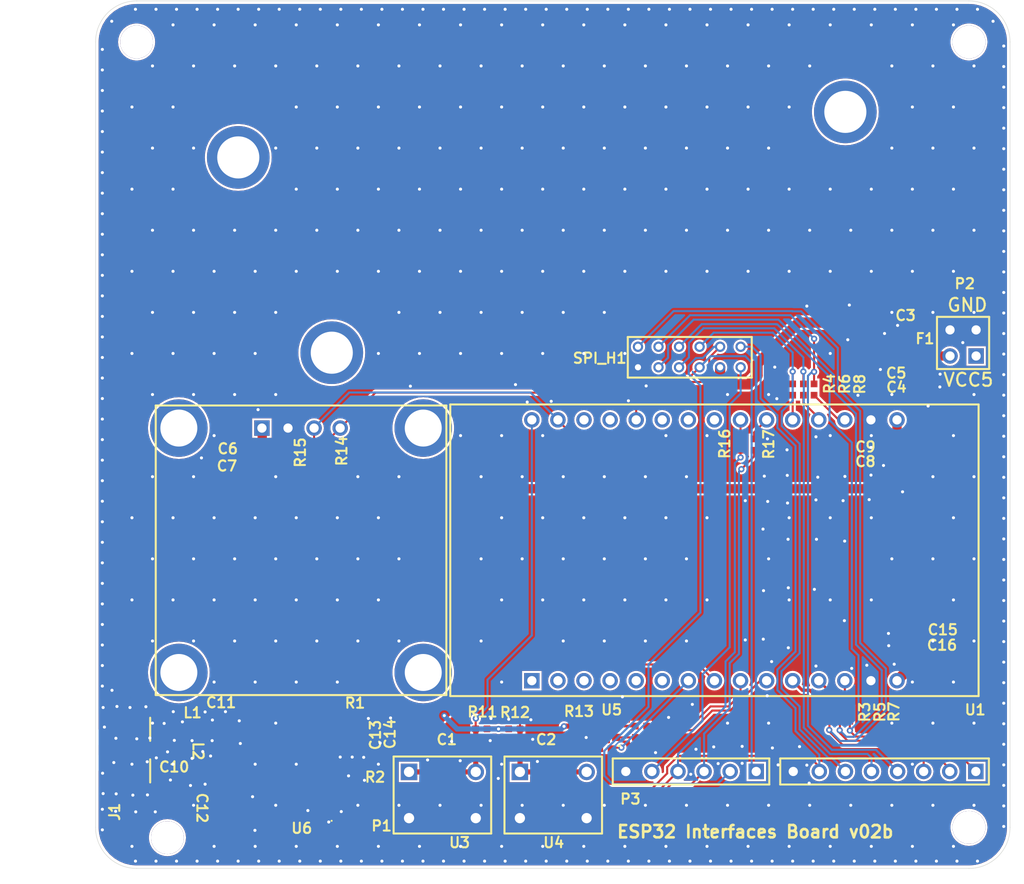
<source format=kicad_pcb>
(kicad_pcb (version 20221018) (generator pcbnew)
  (layers (0 "F.Cu" signal "Top Layer") (31 "B.Cu" signal "Bottom Layer") (34 "B.Paste" user "Bottom Paste") (35 "F.Paste" user "Top Paste") (36 "B.SilkS" user "Bottom Overlay") (37 "F.SilkS" user "Top Overlay") (38 "B.Mask" user "Bottom Solder") (39 "F.Mask" user "Top Solder") (44 "Edge.Cuts" user))
  (net 0 "")
  (net 1 "NetR18_2")
  (net 2 "NetR10_1")
  (net 3 "NetR9_2")
  (net 4 "NetR13_1")
  (net 5 "LED_Blue")
  (net 6 "VCC3V3")
  (net 7 "User_Button2")
  (net 8 "User_Button1")
  (net 9 "SDA")
  (net 10 "SCL")
  (net 11 "SCK")
  (net 12 "NSS")
  (net 13 "NRESET")
  (net 14 "MOSI")
  (net 15 "MISO")
  (net 16 "LED_Red")
  (net 17 "LED_Green")
  (net 18 "EN-Pwr")
  (net 19 "1PPS")
  (net 20 "GPS_NRST")
  (net 21 "GND")
  (net 22 "VCC5V")
  (net 23 "NetF1_1")
  (net 24 "NetR16_1")
  (net 25 "NetR17_1")
  (net 26 "NetR3_2")
  (net 27 "NetR4_1")
  (net 28 "NetR5_2")
  (net 29 "NetR6_1")
  (net 30 "NetR7_2")
  (net 31 "NetR8_1")
  (net 32 "VCC5V_EXT")
  (net 33 "NetC11_2")
  (net 34 "NetC12_2")
  (net 35 "NetR1_1")
  (net 36 "NetR2_1")
  (net 37 "RXD")
  (net 38 "TXD")
  (net 39 "NetC10_1")
  (footprint "Rosenberger SMA.PcbLib:ROS-32K145-400L5_V" (layer "F.Cu") (at 104.293 135.7199 90)
    (fp_text reference "J1")
    (fp_text value "32K145-400L5" hide)
  )
  (footprint "SX126x_e449v01a.PcbLib:rlc_402_smd" (layer "F.Cu") (at 126.8336 106.6623 90)
    (fp_text reference "R14")
    (fp_text value "Resistor" hide)
  )
  (footprint "SX126x_e449v01a.PcbLib:rlc_402_smd" (layer "F.Cu") (at 125.2839 106.6557 90)
    (fp_text reference "R15")
    (fp_text value "Resistor" hide)
  )
  (footprint "Miscellaneous Connectors.IntLib:HDR1X6" (layer "F.Cu") (at 168.3118 137.8027 180)
    (fp_text reference "P3")
    (fp_text value "Header 6" hide)
  )
  (footprint "Alex_Yang_PCB_Lib.PcbLib:ATGM336H" (layer "F.Cu") (at 121.4996 137.2185 180)
    (fp_text reference "U6")
    (fp_text value "ATGM336H-GPS" hide)
  )
  (footprint "SX126x_e449v01a.PcbLib:rlc_603_smd" (layer "F.Cu") (at 181.2597 106.9339 180)
    (fp_text reference "C8")
    (fp_text value "Cap" hide)
  )
  (footprint "Miscellaneous Connectors.IntLib:HDR2X2" (layer "F.Cu") (at 189.724 97.3405 90)
    (fp_text reference "P2")
    (fp_text value "Header 2X2" hide)
  )
  (footprint "SX126x_e449v01a.PcbLib:rlc_402_smd" (layer "F.Cu") (at 113.0668 133.9185)
    (fp_text reference "L1")
    (fp_text value "Inductor" hide)
  )
  (footprint "Rpi_adapter.PcbLib:screw-M3" (layer "F.Cu") (at 192.4415 148.5149 90)
    (fp_text reference "SCREW-3" hide)
    (fp_text value "Logo symbol" hide)
  )
  (footprint "SX126x_e449v01a.PcbLib:rlc_402_smd" (layer "F.Cu") (at 177.4243 132.3593 90)
    (fp_text reference "R7")
    (fp_text value "Resistor" hide)
  )
  (footprint "Alex_Yang_PCB_Lib.PcbLib:JMD0.96_12864" (layer "F.Cu") (at 127.7953 103.8605 -90)
    (fp_text reference "U2" hide)
    (fp_text value "JMD0.96-12864" hide)
  )
  (footprint "Rpi_adapter.PcbLib:screw-M3" (layer "F.Cu") (at 107.9865 66.1681 90)
    (fp_text reference "SCREW-1" hide)
    (fp_text value "Logo symbol" hide)
  )
  (footprint "SX126x_e449v01a.PcbLib:rlc_603_smd" (layer "F.Cu") (at 144.5567 134.8993 180)
    (fp_text reference "C2")
    (fp_text value "Cap" hide)
  )
  (footprint "SX126x_e449v01a.PcbLib:rlc_603_smd" (layer "F.Cu") (at 140.2387 134.8739 180)
    (fp_text reference "C1")
    (fp_text value "Cap" hide)
  )
  (footprint "SX126x_e449v01a.PcbLib:rlc_402_smd" (layer "F.Cu") (at 111.5174 133.3685 90)
    (fp_text reference "C10")
    (fp_text value "Cap" hide)
  )
  (footprint "Rpi_adapter.PcbLib:SCREW-M3" (layer "F.Cu") (at 107.5801 144.4509 90)
    (fp_text reference "SCREW-4" hide)
    (fp_text value "Logo symbol" hide)
  )
  (footprint "SX126x_e449v01a.PcbLib:rlc_402_smd" (layer "F.Cu") (at 112.5168 135.5355 -90)
    (fp_text reference "L2")
    (fp_text value "Inductor" hide)
  )
  (footprint "SX126x_e449v01a.PcbLib:rlc_402_smd" (layer "F.Cu") (at 172.9031 100.6093 90)
    (fp_text reference "R6")
    (fp_text value "Resistor" hide)
  )
  (footprint "Miscellaneous Connectors.IntLib:HDR1X8" (layer "F.Cu") (at 189.6986 137.8027 180)
    (fp_text reference "P1")
    (fp_text value "Header 8" hide)
  )
  (footprint "SX126x_e449v01a.PcbLib:rlc_603_smd" (layer "F.Cu") (at 119.4419 106.5033 180)
    (fp_text reference "C6")
    (fp_text value "Cap" hide)
  )
  (footprint "SX126x_e449v01a.PcbLib:rlc_603_smd" (layer "F.Cu") (at 181.2597 105.6639 180)
    (fp_text reference "C9")
    (fp_text value "Cap" hide)
  )
  (footprint "SX126x_e449v01a.PcbLib:rlc_402_smd" (layer "F.Cu") (at 114.62143 137.7685 90)
    (fp_text reference "C12")
    (fp_text value "Cap" hide)
  )
  (footprint "SX126x_e449v01a.PcbLib:rlc_805_smd" (layer "F.Cu") (at 182.1294 96.4261 -90)
    (fp_text reference "C3")
    (fp_text value "Cap" hide)
  )
  (footprint "SX126x_e449v01a.PcbLib:rlc_402_smd" (layer "F.Cu") (at 141.5402 133.6547 180)
    (fp_text reference "R11")
    (fp_text value "Resistor" hide)
  )
  (footprint "Alex_Yang_PCB_Lib.PcbLib:TACT SWITCH_8HA-A-S1-01 - DUPLICATE" (layer "F.Cu") (at 134.5007 137.8457)
    (fp_text reference "U3")
    (fp_text value "Button1" hide)
  )
  (footprint "SX126x_e449v01a.PcbLib:rlc_402_smd" (layer "F.Cu") (at 176.4591 132.3593 90)
    (fp_text reference "R5")
    (fp_text value "Resistor" hide)
  )
  (footprint "SX126x_e449v01a.PcbLib:rlc_402_smd" (layer "F.Cu") (at 128.7894 132.8243)
    (fp_text reference "R1")
    (fp_text value "Resistor" hide)
  )
  (footprint "SX126x_e449v01a.PcbLib:rlc_603_smd" (layer "F.Cu") (at 184.2884 100.2615 180)
    (fp_text reference "C4")
    (fp_text value "Cap" hide)
  )
  (footprint "SX126x_e449v01a.PcbLib:rlc_603_smd" (layer "F.Cu") (at 129.6784 134.6785 90)
    (fp_text reference "C14")
    (fp_text value "Cap" hide)
  )
  (footprint "SX126x_e449v01a.PcbLib:rlc_603_smd" (layer "F.Cu") (at 182.9673 125.5279 180)
    (fp_text reference "C16")
    (fp_text value "Cap" hide)
  )
  (footprint "SX126x_e449v01a.PcbLib:rlc_402_smd" (layer "F.Cu") (at 168.1025 105.9687 -90)
    (fp_text reference "R17")
    (fp_text value "Resistor" hide)
  )
  (footprint "SX126x_e449v01a.PcbLib:rlc_603_smd" (layer "F.Cu") (at 182.9673 124.3595 180)
    (fp_text reference "C15")
    (fp_text value "Cap" hide)
  )
  (footprint "Alex_Yang_PCB_Lib.PcbLib:RGB_2020" (layer "F.Cu") (at 152.972 133.3831)
    (fp_text reference "U5")
    (fp_text value "FM-B2020RGBA-HG" hide)
  )
  (footprint "SX126x_e449v01a.PcbLib:rlc_603_smd" (layer "F.Cu") (at 128.383 134.6531 90)
    (fp_text reference "C13")
    (fp_text value "Cap" hide)
  )
  (footprint "SX126x_e449v01a.PcbLib:rlc_402_smd" (layer "F.Cu") (at 175.4431 132.3593 90)
    (fp_text reference "R3")
    (fp_text value "Resistor" hide)
  )
  (footprint "Alex_Yang_PCB_Lib.PcbLib:ESP32-DOIT-30" (layer "F.Cu") (at 146.4617 128.9605 90)
    (fp_text reference "U1")
    (fp_text value "ESP32_Devkit_V1" hide)
  )
  (footprint "SX126x_e449v01a.PcbLib:rlc_402_smd" (layer "F.Cu") (at 157.0847 133.3831 180)
    (fp_text reference "R9" hide)
    (fp_text value "Resistor" hide)
  )
  (footprint "SX126x_e449v01a.PcbLib:rlc_402_smd" (layer "F.Cu") (at 114.5654 133.3685 -90)
    (fp_text reference "C11")
    (fp_text value "Cap" hide)
  )
  (footprint "Rpi_adapter.PcbLib:GW_SHAPE" (layer "F.Cu") (at 176.9903 73.5679 180)
    (fp_text reference "S1" hide)
    (fp_text value "GW_SHAPE" hide)
  )
  (footprint "SX126x_e449v01a.PcbLib:rlc_603_smd" (layer "F.Cu") (at 184.2884 99.0931 180)
    (fp_text reference "C5")
    (fp_text value "Cap" hide)
  )
  (footprint "SX126x_e449v01a.PcbLib:rlc_402_smd" (layer "F.Cu") (at 144.7599 133.6547)
    (fp_text reference "R12")
    (fp_text value "Resistor" hide)
  )
  (footprint "SX126x_e449v01a.PcbLib:rlc_402_smd" (layer "F.Cu") (at 150.9382 133.3831 180)
    (fp_text reference "R13")
    (fp_text value "Resistor" hide)
  )
  (footprint "SX126x_e449v01a.PcbLib:rlc_402_smd" (layer "F.Cu") (at 153.62374 135.5843)
    (fp_text reference "R10" hide)
    (fp_text value "Resistor" hide)
  )
  (footprint "SX126x_e449v01a.PcbLib:rlc_603_smd" (layer "F.Cu") (at 184.2884 97.3405 180)
    (fp_text reference "F1")
    (fp_text value "Ferrite beads" hide)
  )
  (footprint "Alex_Yang_PCB_Lib.PcbLib:TACT SWITCH_8HA-A-S1-01 - DUPLICATE" (layer "F.Cu") (at 145.2957 137.8457)
    (fp_text reference "U4")
    (fp_text value "Button2" hide)
  )
  (footprint "SX126x_e449v01a.PcbLib:rlc_402_smd" (layer "F.Cu") (at 128.891 137.2693)
    (fp_text reference "R2")
    (fp_text value "Resistor" hide)
  )
  (footprint "Rpi_adapter.PcbLib:header_6_2_2.0" (layer "F.Cu") (at 161.7955 97.4399)
    (fp_text reference "SPI_H1")
    (fp_text value "Header 6X2" hide)
  )
  (footprint "SX126x_e449v01a.PcbLib:rlc_402_smd" (layer "F.Cu") (at 166.7817 105.9687 -90)
    (fp_text reference "R16")
    (fp_text value "Resistor" hide)
  )
  (footprint "Rpi_adapter.PcbLib:SCREW-M3" (layer "F.Cu") (at 188.9363 69.0383 90)
    (fp_text reference "SCREW-2" hide)
    (fp_text value "Logo symbol" hide)
  )
  (footprint "SX126x_e449v01a.PcbLib:rlc_603_smd" (layer "F.Cu") (at 119.4419 107.8241 180)
    (fp_text reference "C7")
    (fp_text value "Cap" hide)
  )
  (footprint "SX126x_e449v01a.PcbLib:rlc_402_smd" (layer "F.Cu") (at 173.9445 100.6093 90)
    (fp_text reference "R8")
    (fp_text value "Resistor" hide)
  )
  (footprint "SX126x_e449v01a.PcbLib:rlc_402_smd" (layer "F.Cu") (at 157.0847 134.4831 180)
    (fp_text reference "R18" hide)
    (fp_text value "Resistor" hide)
  )
  (footprint "SX126x_e449v01a.PcbLib:rlc_402_smd" (layer "F.Cu") (at 171.8617 100.6093 90)
    (fp_text reference "R4")
    (fp_text value "Resistor" hide)
  )
  (gr_poly (pts (xy 130.3131 134.9513) (xy 130.41469 135.0529) (xy 130.4147 136.5769) (xy 130.2877 136.7039) (xy 127.6461 136.7039) (xy 127.4937 136.5515) (xy 127.4937 135.1799) (xy 127.7223 134.9513)) (fill solid) (layer "F.Cu"))
  (gr_line (start 107.9737 62.7623) (end 107.9737 62.7624) (stroke (width 0.05)) (layer "Edge.Cuts"))
  (gr_line (start 193.0285 143.2449) (end 193.0286 143.2449) (stroke (width 0.05)) (layer "Edge.Cuts"))
  (gr_line (start 107.9737 147.2449) (end 189.0283 147.2449) (stroke (width 0.05)) (layer "Edge.Cuts"))
  (gr_line (start 189.0283 147.2449) (end 189.0285 147.2449) (stroke (width 0.05)) (layer "Edge.Cuts"))
  (gr_arc (start 103.9737 66.7624) (mid 105.145273 63.933973) (end 107.9737 62.7624) (stroke (width 0.05)) (layer "Edge.Cuts"))
  (gr_line (start 193.0286 66.7619) (end 193.0285 66.7624) (stroke (width 0.05)) (layer "Edge.Cuts"))
  (gr_arc (start 107.9737 147.2449) (mid 105.145273 146.073327) (end 103.9737 143.2449) (stroke (width 0.05)) (layer "Edge.Cuts"))
  (gr_line (start 193.0286 143.2449) (end 193.0286 66.7619) (stroke (width 0.05)) (layer "Edge.Cuts"))
  (gr_line (start 189.0283 62.7623) (end 107.9737 62.7623) (stroke (width 0.05)) (layer "Edge.Cuts"))
  (gr_line (start 189.0285 62.7624) (end 189.0283 62.7623) (stroke (width 0.05)) (layer "Edge.Cuts"))
  (gr_arc (start 193.0285 143.2449) (mid 191.856927 146.073327) (end 189.0285 147.2449) (stroke (width 0.05)) (layer "Edge.Cuts"))
  (gr_line (start 103.9736 66.7624) (end 103.9737 143.2449) (stroke (width 0.05)) (layer "Edge.Cuts"))
  (gr_arc (start 189.0285 62.7624) (mid 191.856927 63.933973) (end 193.0285 66.7624) (stroke (width 0.05)) (layer "Edge.Cuts"))
  (gr_text "ESP32 Interfaces Board v02b" (at 154.6209 144.3747) (layer "F.SilkS") (effects (font (size 1.2 1.2) (thickness 0.254)) (justify left bottom)))
  (segment (start 154.672 134.4831) (end 156.5347 134.4831) (width 0.2) (layer "F.Cu") (net 1))
  (segment (start 152.972 135.45716) (end 153.20074 135.6859) (width 0.2) (layer "F.Cu") (net 2))
  (segment (start 152.972 135.45716) (end 152.972 134.4831) (width 0.2) (layer "F.Cu") (net 2))
  (segment (start 154.672 133.3831) (end 156.5347 133.3831) (width 0.254) (layer "F.Cu") (net 3))
  (segment (start 151.4882 133.3831) (end 152.972 133.3831) (width 0.5) (layer "F.Cu") (net 4))
  (segment (start 154.30074 135.6859) (end 154.50194 135.4847) (width 0.2) (layer "F.Cu") (net 5))
  (segment (start 154.50194 135.4847) (end 155.1797 135.4847) (width 0.2) (layer "F.Cu") (net 5))
  (via (at 155.1797 135.4847) (size 0.6) (drill 0.3) (layers "F.Cu" "B.Cu") (net 5))
  (segment (start 155.1786 135.4836) (end 161.7017 128.9605) (width 0.2) (layer "B.Cu") (net 5))
  (segment (start 125.2839 110.2691) (end 125.2839 107.2377) (width 0.4) (layer "F.Cu") (net 6))
  (segment (start 137.7807 132.3605) (end 139.8595 130.2817) (width 1) (layer "F.Cu") (net 6))
  (segment (start 120.2039 109.3735) (end 121.0995 110.2691) (width 0.9) (layer "F.Cu") (net 6))
  (segment (start 149.6174 133.3831) (end 150.3882 133.3831) (width 0.5) (layer "F.Cu") (net 6))
  (segment (start 129.6784 133.9285) (end 130.6302 133.9285) (width 1) (layer "F.Cu") (net 6))
  (segment (start 120.2039 109.3735) (end 120.2039 104.5133) (width 0.9) (layer "F.Cu") (net 6))
  (segment (start 182.0217 109.183) (end 182.0217 103.5605) (width 0.9) (layer "F.Cu") (net 6))
  (segment (start 129.6784 133.9285) (end 129.6784 133.1633) (width 0.5) (layer "F.Cu") (net 6))
  (segment (start 129.653 133.9031) (end 129.6784 133.9285) (width 0.5) (layer "F.Cu") (net 6))
  (segment (start 142.0902 133.6547) (end 144.2099 133.6547) (width 0.5) (layer "F.Cu") (net 6))
  (segment (start 136.2127 133.9285) (end 137.7807 132.3605) (width 1) (layer "F.Cu") (net 6))
  (segment (start 121.0995 110.2691) (end 125.2839 110.2691) (width 0.9) (layer "F.Cu") (net 6))
  (segment (start 130.3134 137.2185) (end 130.796 136.7359) (width 0.254) (layer "F.Cu") (net 6))
  (segment (start 126.365 133.9031) (end 128.383 133.9031) (width 0.5) (layer "F.Cu") (net 6))
  (segment (start 128.383 133.9031) (end 129.653 133.9031) (width 0.5) (layer "F.Cu") (net 6))
  (segment (start 130.6302 133.9285) (end 136.2127 133.9285) (width 1) (layer "F.Cu") (net 6))
  (segment (start 126.3496 133.9185) (end 126.365 133.9031) (width 0.5) (layer "F.Cu") (net 6))
  (segment (start 180.9356 110.2691) (end 182.0217 109.183) (width 0.9) (layer "F.Cu") (net 6))
  (segment (start 129.3394 132.8243) (end 129.6784 133.1633) (width 0.5) (layer "F.Cu") (net 6))
  (segment (start 149.592 133.4085) (end 149.6174 133.3831) (width 0.5) (layer "F.Cu") (net 6))
  (segment (start 120.0515 104.3609) (end 120.2039 104.5133) (width 0.9) (layer "F.Cu") (net 6))
  (segment (start 130.796 136.7359) (end 130.796 134.0943) (width 0.254) (layer "F.Cu") (net 6))
  (segment (start 125.2839 107.2377) (end 126.7825 107.2377) (width 0.4) (layer "F.Cu") (net 6))
  (segment (start 130.6302 133.9285) (end 130.796 134.0943) (width 0.254) (layer "F.Cu") (net 6))
  (segment (start 125.2839 110.2691) (end 180.9356 110.2691) (width 0.9) (layer "F.Cu") (net 6))
  (segment (start 139.8595 130.2817) (end 139.8595 110.4723) (width 1) (layer "F.Cu") (net 6))
  (segment (start 129.441 137.2185) (end 130.3134 137.2185) (width 0.254) (layer "F.Cu") (net 6))
  (segment (start 182.0097 103.5485) (end 182.0217 103.5605) (width 0.9) (layer "F.Cu") (net 6))
  (via (at 137.9331 132.3605) (size 0.6) (drill 0.3) (layers "F.Cu" "B.Cu") (net 6))
  (via (at 143.2166 133.6625) (size 0.6) (drill 0.3) (layers "F.Cu" "B.Cu") (net 6))
  (via (at 149.592 133.4085) (size 0.6) (drill 0.3) (layers "F.Cu" "B.Cu") (net 6))
  (segment (start 143.2166 133.6625) (end 149.338 133.6625) (width 0.5) (layer "B.Cu") (net 6))
  (segment (start 139.1843 133.6625) (end 143.2166 133.6625) (width 0.5) (layer "B.Cu") (net 6))
  (segment (start 137.9077 132.3859) (end 139.1843 133.6625) (width 0.5) (layer "B.Cu") (net 6))
  (segment (start 149.338 133.6625) (end 149.592 133.4085) (width 0.5) (layer "B.Cu") (net 6))
  (segment (start 144.4866 131.8083) (end 145.3099 132.6316) (width 0.2) (layer "F.Cu") (net 7))
  (segment (start 145.3099 133.6547) (end 145.3099 132.6316) (width 0.2) (layer "F.Cu") (net 7))
  (segment (start 162.6621 127.3809) (end 164.2417 128.9605) (width 0.2) (layer "F.Cu") (net 7))
  (segment (start 145.4088 127.3809) (end 162.6621 127.3809) (width 0.2) (layer "F.Cu") (net 7))
  (segment (start 145.3099 137.8315) (end 145.3099 133.6547) (width 0.5) (layer "F.Cu") (net 7))
  (segment (start 145.2957 137.8457) (end 145.3099 137.8315) (width 0.5) (layer "F.Cu") (net 7))
  (segment (start 144.4866 131.8083) (end 144.4866 128.3031) (width 0.2) (layer "F.Cu") (net 7))
  (segment (start 144.4866 128.3031) (end 145.4088 127.3809) (width 0.2) (layer "F.Cu") (net 7))
  (segment (start 145.2957 137.8457) (end 151.7957 137.8457) (width 0.5) (layer "F.Cu") (net 7))
  (segment (start 134.5007 137.8457) (end 141.0007 137.8457) (width 0.5) (layer "F.Cu") (net 8))
  (segment (start 140.9919 133.6547) (end 141.0007 133.6635) (width 0.5) (layer "F.Cu") (net 8))
  (segment (start 140.9919 132.6614) (end 141.0068 132.6465) (width 0.2) (layer "F.Cu") (net 8))
  (segment (start 140.9919 133.6547) (end 140.9919 132.6614) (width 0.2) (layer "F.Cu") (net 8))
  (segment (start 141.0007 137.8457) (end 141.0007 133.6635) (width 0.5) (layer "F.Cu") (net 8))
  (via (at 141.0068 132.6465) (size 0.6) (drill 0.3) (layers "F.Cu" "B.Cu") (net 8))
  (segment (start 141.0068 132.6465) (end 142.1498 131.5035) (width 0.2) (layer "B.Cu") (net 8))
  (segment (start 146.4617 124.55) (end 146.4617 103.5605) (width 0.2) (layer "B.Cu") (net 8))
  (segment (start 142.1498 128.8619) (end 146.4617 124.55) (width 0.2) (layer "B.Cu") (net 8))
  (segment (start 142.1498 131.5035) (end 142.1498 128.8619) (width 0.2) (layer "B.Cu") (net 8))
  (segment (start 161.7679 99.4675) (end 162.7955 98.4399) (width 0.2) (layer "F.Cu") (net 9))
  (segment (start 126.8333 105.3095) (end 131.2287 100.9141) (width 0.2) (layer "F.Cu") (net 9))
  (segment (start 131.2287 100.9141) (end 156.5709 100.9141) (width 0.2) (layer "F.Cu") (net 9))
  (segment (start 156.5709 100.9141) (end 159.61449 100.9141) (width 0.2) (layer "F.Cu") (net 9))
  (segment (start 156.6217 103.5605) (end 156.6217 100.9649) (width 0.2) (layer "F.Cu") (net 9))
  (segment (start 161.06109 99.4675) (end 161.7679 99.4675) (width 0.2) (layer "F.Cu") (net 9))
  (segment (start 156.5709 100.9141) (end 156.6217 100.9649) (width 0.2) (layer "F.Cu") (net 9))
  (segment (start 159.61449 100.9141) (end 161.06109 99.4675) (width 0.2) (layer "F.Cu") (net 9))
  (segment (start 126.8333 106.1477) (end 126.8333 105.3095) (width 0.2) (layer "F.Cu") (net 9))
  (segment (start 167.8653 137.3562) (end 168.3118 137.8027) (width 0.2) (layer "B.Cu") (net 9))
  (segment (start 167.86526 98.51326) (end 167.8653 137.3562) (width 0.2) (layer "B.Cu") (net 9))
  (segment (start 167.86526 97.97986) (end 167.86526 99.1119) (width 0.2) (layer "B.Cu") (net 9))
  (segment (start 167.24469 97.3593) (end 167.86526 97.97986) (width 0.2) (layer "B.Cu") (net 9))
  (segment (start 162.7955 98.4399) (end 163.87609 97.3593) (width 0.2) (layer "B.Cu") (net 9))
  (segment (start 163.87609 97.3593) (end 167.24469 97.3593) (width 0.2) (layer "B.Cu") (net 9))
  (segment (start 149.0017 103.6082) (end 149.0017 103.5605) (width 0.2) (layer "F.Cu") (net 10))
  (segment (start 162.9299 99.8707) (end 163.7395 99.0611) (width 0.2) (layer "F.Cu") (net 10))
  (segment (start 157.847 103.2518) (end 161.2281 99.8707) (width 0.2) (layer "F.Cu") (net 10))
  (segment (start 157.847 104.2747) (end 157.847 103.2518) (width 0.2) (layer "F.Cu") (net 10))
  (segment (start 157.212 104.9097) (end 157.847 104.2747) (width 0.2) (layer "F.Cu") (net 10))
  (segment (start 125.2553 106.1123) (end 125.2553 104.3609) (width 0.2) (layer "F.Cu") (net 10))
  (segment (start 163.7395 97.4959) (end 164.7955 96.4399) (width 0.2) (layer "F.Cu") (net 10))
  (segment (start 163.7395 99.0611) (end 163.7395 97.4959) (width 0.2) (layer "F.Cu") (net 10))
  (segment (start 150.3032 104.9097) (end 157.212 104.9097) (width 0.2) (layer "F.Cu") (net 10))
  (segment (start 161.2281 99.8707) (end 162.9299 99.8707) (width 0.2) (layer "F.Cu") (net 10))
  (segment (start 149.0017 103.6082) (end 150.3032 104.9097) (width 0.2) (layer "F.Cu") (net 10))
  (segment (start 157.8213 127.3821) (end 162.8759 122.3275) (width 0.2) (layer "B.Cu") (net 10))
  (segment (start 146.3377 100.8965) (end 149.0017 103.5605) (width 0.2) (layer "B.Cu") (net 10))
  (segment (start 165.7718 137.8027) (end 165.7718 137.7958) (width 0.2) (layer "B.Cu") (net 10))
  (segment (start 164.2017 96.4399) (end 164.7955 96.4399) (width 0.2) (layer "B.Cu") (net 10))
  (segment (start 162.8759 122.3275) (end 162.8759 100.2295) (width 0.2) (layer "B.Cu") (net 10))
  (segment (start 163.1045 97.5371) (end 164.2017 96.4399) (width 0.2) (layer "B.Cu") (net 10))
  (segment (start 157.8213 131.4969) (end 157.8213 127.3821) (width 0.2) (layer "B.Cu") (net 10))
  (segment (start 162.4441 97.5371) (end 163.1045 97.5371) (width 0.2) (layer "B.Cu") (net 10))
  (segment (start 128.6809 100.8965) (end 146.3377 100.8965) (width 0.2) (layer "B.Cu") (net 10))
  (segment (start 153.51787 138.21707) (end 154.3161 139.0153) (width 0.2) (layer "B.Cu") (net 10))
  (segment (start 153.51787 135.80033) (end 157.8213 131.4969) (width 0.2) (layer "B.Cu") (net 10))
  (segment (start 161.7332 99.0868) (end 161.7332 98.248) (width 0.2) (layer "B.Cu") (net 10))
  (segment (start 125.2359 104.3415) (end 128.6809 100.8965) (width 0.2) (layer "B.Cu") (net 10))
  (segment (start 164.5523 139.0153) (end 165.7718 137.7958) (width 0.2) (layer "B.Cu") (net 10))
  (segment (start 161.7332 99.0868) (end 162.8759 100.2295) (width 0.2) (layer "B.Cu") (net 10))
  (segment (start 161.7332 98.248) (end 162.4441 97.5371) (width 0.2) (layer "B.Cu") (net 10))
  (segment (start 154.3161 139.0153) (end 164.5523 139.0153) (width 0.2) (layer "B.Cu") (net 10))
  (segment (start 153.51787 138.21707) (end 153.51787 135.80033) (width 0.2) (layer "B.Cu") (net 10))
  (segment (start 175.4431 133.9358) (end 176.71479 135.20749) (width 0.2) (layer "F.Cu") (net 11))
  (segment (start 176.71479 135.20749) (end 184.18239 135.20749) (width 0.2) (layer "F.Cu") (net 11))
  (segment (start 184.6186 137.8027) (end 184.6186 135.6437) (width 0.2) (layer "F.Cu") (net 11))
  (segment (start 175.4431 133.9358) (end 175.4431 132.9093) (width 0.2) (layer "F.Cu") (net 11))
  (segment (start 184.18239 135.20749) (end 184.6186 135.6437) (width 0.2) (layer "F.Cu") (net 11))
  (via (at 175.4238 133.7641) (size 0.6) (drill 0.3) (layers "F.Cu" "B.Cu") (net 11))
  (segment (start 176.2613 100.5402) (end 178.4285 102.7074) (width 0.2) (layer "B.Cu") (net 11))
  (segment (start 178.4285 125.27659) (end 178.4285 102.7074) (width 0.2) (layer "B.Cu") (net 11))
  (segment (start 171.84721 92.9905) (end 172.6854 92.9905) (width 0.2) (layer "B.Cu") (net 11))
  (segment (start 175.4238 133.7641) (end 176.4874 134.8277) (width 0.2) (layer "B.Cu") (net 11))
  (segment (start 160.2671 92.9683) (end 171.82501 92.9683) (width 0.2) (layer "B.Cu") (net 11))
  (segment (start 156.7955 96.4399) (end 160.2671 92.9683) (width 0.2) (layer "B.Cu") (net 11))
  (segment (start 180.9381 131.86801) (end 180.9381 127.78619) (width 0.2) (layer "B.Cu") (net 11))
  (segment (start 176.4874 134.8277) (end 177.97841 134.8277) (width 0.2) (layer "B.Cu") (net 11))
  (segment (start 172.6854 92.9905) (end 176.2613 96.5664) (width 0.2) (layer "B.Cu") (net 11))
  (segment (start 171.82501 92.9683) (end 171.84721 92.9905) (width 0.2) (layer "B.Cu") (net 11))
  (segment (start 176.2613 100.5402) (end 176.2613 96.5664) (width 0.2) (layer "B.Cu") (net 11))
  (segment (start 177.97841 134.8277) (end 180.9381 131.86801) (width 0.2) (layer "B.Cu") (net 11))
  (segment (start 178.4285 125.27659) (end 180.9381 127.78619) (width 0.2) (layer "B.Cu") (net 11))
  (segment (start 173.9445 100.0593) (end 173.9445 98.8821) (width 0.2) (layer "F.Cu") (net 12))
  (segment (start 173.9445 95.6702) (end 173.9506 95.6641) (width 0.2) (layer "F.Cu") (net 12))
  (segment (start 173.9445 98.8821) (end 173.9445 95.6702) (width 0.2) (layer "F.Cu") (net 12))
  (via (at 173.9506 95.6641) (size 0.6) (drill 0.3) (layers "F.Cu" "B.Cu") (net 12))
  (via (at 173.9445 98.8821) (size 0.6) (drill 0.3) (layers "F.Cu" "B.Cu") (net 12))
  (segment (start 158.7955 96.4399) (end 161.8639 93.3715) (width 0.2) (layer "B.Cu") (net 12))
  (segment (start 173.3485 99.2749) (end 173.7413 98.8821) (width 0.2) (layer "B.Cu") (net 12))
  (segment (start 173.7413 98.8821) (end 173.9445 98.8821) (width 0.2) (layer "B.Cu") (net 12))
  (segment (start 161.8639 93.3715) (end 171.658 93.3715) (width 0.2) (layer "B.Cu") (net 12))
  (segment (start 173.3485 133.3652) (end 175.6778 135.6945) (width 0.2) (layer "B.Cu") (net 12))
  (segment (start 179.9704 135.6945) (end 182.0786 137.8027) (width 0.2) (layer "B.Cu") (net 12))
  (segment (start 175.6778 135.6945) (end 179.9704 135.6945) (width 0.2) (layer "B.Cu") (net 12))
  (segment (start 173.3485 133.3652) (end 173.3485 99.2749) (width 0.2) (layer "B.Cu") (net 12))
  (segment (start 171.658 93.3715) (end 173.9506 95.6641) (width 0.2) (layer "B.Cu") (net 12))
  (segment (start 172.9031 100.0593) (end 172.9031 98.8567) (width 0.2) (layer "F.Cu") (net 13))
  (via (at 172.9031 98.8567) (size 0.6) (drill 0.3) (layers "F.Cu" "B.Cu") (net 13))
  (segment (start 172.9031 98.8567) (end 172.9031 97.47539) (width 0.2) (layer "B.Cu") (net 13))
  (segment (start 161.7583 96.0639) (end 163.1807 94.6415) (width 0.2) (layer "B.Cu") (net 13))
  (segment (start 163.1807 94.6415) (end 170.06921 94.6415) (width 0.2) (layer "B.Cu") (net 13))
  (segment (start 160.7955 98.4399) (end 161.7583 97.4771) (width 0.2) (layer "B.Cu") (net 13))
  (segment (start 179.5386 137.8027) (end 179.5386 136.4819) (width 0.2) (layer "B.Cu") (net 13))
  (segment (start 172.9453 133.53221) (end 172.9453 98.8989) (width 0.2) (layer "B.Cu") (net 13))
  (segment (start 161.7583 97.4771) (end 161.7583 96.0639) (width 0.2) (layer "B.Cu") (net 13))
  (segment (start 175.51079 136.0977) (end 179.1544 136.0977) (width 0.2) (layer "B.Cu") (net 13))
  (segment (start 179.1544 136.0977) (end 179.5386 136.4819) (width 0.2) (layer "B.Cu") (net 13))
  (segment (start 172.9453 133.53221) (end 175.51079 136.0977) (width 0.2) (layer "B.Cu") (net 13))
  (segment (start 170.06921 94.6415) (end 172.9031 97.47539) (width 0.2) (layer "B.Cu") (net 13))
  (segment (start 172.9031 98.8567) (end 172.9453 98.8989) (width 0.2) (layer "B.Cu") (net 13))
  (segment (start 186.50961 136.3295) (end 188.2508 136.3295) (width 0.2) (layer "F.Cu") (net 14))
  (segment (start 177.405 132.9286) (end 177.4243 132.9093) (width 0.254) (layer "F.Cu") (net 14))
  (segment (start 189.6986 137.8027) (end 189.6986 137.7773) (width 0.2) (layer "F.Cu") (net 14))
  (segment (start 177.4243 133.84819) (end 177.4243 132.9093) (width 0.2) (layer "F.Cu") (net 14))
  (segment (start 177.9772 134.40109) (end 184.5812 134.40109) (width 0.2) (layer "F.Cu") (net 14))
  (segment (start 184.5812 134.40109) (end 186.50961 136.3295) (width 0.2) (layer "F.Cu") (net 14))
  (segment (start 177.4243 133.84819) (end 177.9772 134.40109) (width 0.2) (layer "F.Cu") (net 14))
  (segment (start 188.2508 136.3295) (end 189.6986 137.7773) (width 0.2) (layer "F.Cu") (net 14))
  (via (at 177.4304 133.8149) (size 0.6) (drill 0.3) (layers "F.Cu" "B.Cu") (net 14))
  (segment (start 162.9749 94.2605) (end 162.99149 94.2605) (width 0.2) (layer "B.Cu") (net 14))
  (segment (start 177.4304 133.8149) (end 178.2686 132.9767) (width 0.2) (layer "B.Cu") (net 14))
  (segment (start 163.01369 94.2383) (end 170.23622 94.2383) (width 0.2) (layer "B.Cu") (net 14))
  (segment (start 178.2686 132.9767) (end 178.2686 126.4997) (width 0.2) (layer "B.Cu") (net 14))
  (segment (start 175.4549 103.5946) (end 177.6221 105.7618) (width 0.2) (layer "B.Cu") (net 14))
  (segment (start 170.25842 94.2605) (end 170.3626 94.2605) (width 0.2) (layer "B.Cu") (net 14))
  (segment (start 177.6221 125.8532) (end 178.2686 126.4997) (width 0.2) (layer "B.Cu") (net 14))
  (segment (start 162.99149 94.2605) (end 163.01369 94.2383) (width 0.2) (layer "B.Cu") (net 14))
  (segment (start 175.4549 103.5946) (end 175.4549 99.3528) (width 0.2) (layer "B.Cu") (net 14))
  (segment (start 177.6221 125.8532) (end 177.6221 105.7618) (width 0.2) (layer "B.Cu") (net 14))
  (segment (start 170.23622 94.2383) (end 170.25842 94.2605) (width 0.2) (layer "B.Cu") (net 14))
  (segment (start 170.3626 94.2605) (end 175.4549 99.3528) (width 0.2) (layer "B.Cu") (net 14))
  (segment (start 160.7955 96.4399) (end 162.9749 94.2605) (width 0.2) (layer "B.Cu") (net 14))
  (segment (start 187.1586 137.8027) (end 187.1586 137.5487) (width 0.2) (layer "F.Cu") (net 15))
  (segment (start 184.41419 134.80429) (end 187.1586 137.5487) (width 0.2) (layer "F.Cu") (net 15))
  (segment (start 176.4591 134.0628) (end 177.20059 134.80429) (width 0.2) (layer "F.Cu") (net 15))
  (segment (start 177.20059 134.80429) (end 184.41419 134.80429) (width 0.2) (layer "F.Cu") (net 15))
  (segment (start 176.4591 134.0628) (end 176.4591 132.9093) (width 0.2) (layer "F.Cu") (net 15))
  (via (at 176.4398 133.7895) (size 0.6) (drill 0.3) (layers "F.Cu" "B.Cu") (net 15))
  (segment (start 176.4398 133.7895) (end 177.0748 134.4245) (width 0.2) (layer "B.Cu") (net 15))
  (segment (start 178.0253 125.4436) (end 178.0253 102.9646) (width 0.2) (layer "B.Cu") (net 15))
  (segment (start 170.47561 93.8033) (end 175.8581 99.18579) (width 0.2) (layer "B.Cu") (net 15))
  (segment (start 180.5349 131.701) (end 180.5349 127.9532) (width 0.2) (layer "B.Cu") (net 15))
  (segment (start 177.0748 134.4245) (end 177.8114 134.4245) (width 0.2) (layer "B.Cu") (net 15))
  (segment (start 175.8581 100.7974) (end 175.8581 99.18579) (width 0.2) (layer "B.Cu") (net 15))
  (segment (start 177.8114 134.4245) (end 180.5349 131.701) (width 0.2) (layer "B.Cu") (net 15))
  (segment (start 162.2155 93.8033) (end 170.47561 93.8033) (width 0.2) (layer "B.Cu") (net 15))
  (segment (start 159.7263 96.2925) (end 162.2155 93.8033) (width 0.2) (layer "B.Cu") (net 15))
  (segment (start 175.8581 100.7974) (end 178.0253 102.9646) (width 0.2) (layer "B.Cu") (net 15))
  (segment (start 158.7955 98.4399) (end 159.7263 97.5091) (width 0.2) (layer "B.Cu") (net 15))
  (segment (start 178.0253 125.4436) (end 180.5349 127.9532) (width 0.2) (layer "B.Cu") (net 15))
  (segment (start 159.7263 97.5091) (end 159.7263 96.2925) (width 0.2) (layer "B.Cu") (net 15))
  (segment (start 157.6347 134.4831) (end 158.3315 133.7863) (width 0.2) (layer "F.Cu") (net 16))
  (segment (start 168.6958 128.9605) (end 169.3217 128.9605) (width 0.2) (layer "F.Cu") (net 16))
  (segment (start 164.0334 131.8703) (end 165.786 131.8703) (width 0.2) (layer "F.Cu") (net 16))
  (segment (start 158.3315 133.7863) (end 162.1174 133.7863) (width 0.2) (layer "F.Cu") (net 16))
  (segment (start 165.786 131.8703) (end 168.6958 128.9605) (width 0.2) (layer "F.Cu") (net 16))
  (segment (start 162.1174 133.7863) (end 164.0334 131.8703) (width 0.2) (layer "F.Cu") (net 16))
  (segment (start 161.95039 133.3831) (end 163.86639 131.4671) (width 0.2) (layer "F.Cu") (net 17))
  (segment (start 166.7817 130.30439) (end 166.7817 128.9605) (width 0.2) (layer "F.Cu") (net 17))
  (segment (start 163.86639 131.4671) (end 165.61899 131.4671) (width 0.2) (layer "F.Cu") (net 17))
  (segment (start 157.6347 133.3831) (end 161.95039 133.3831) (width 0.2) (layer "F.Cu") (net 17))
  (segment (start 165.61899 131.4671) (end 166.7817 130.30439) (width 0.2) (layer "F.Cu") (net 17))
  (segment (start 171.8617 100.0593) (end 171.8617 98.8567) (width 0.2) (layer "F.Cu") (net 18))
  (via (at 171.8617 98.8567) (size 0.6) (drill 0.3) (layers "F.Cu" "B.Cu") (net 18))
  (segment (start 172.5421 133.69922) (end 175.34378 136.5009) (width 0.2) (layer "B.Cu") (net 18))
  (segment (start 175.6968 136.5009) (end 176.9986 137.8027) (width 0.2) (layer "B.Cu") (net 18))
  (segment (start 164.1621 95.0733) (end 169.9308 95.0733) (width 0.2) (layer "B.Cu") (net 18))
  (segment (start 171.8617 98.8567) (end 171.8617 97.0042) (width 0.2) (layer "B.Cu") (net 18))
  (segment (start 170.7781 128.04744) (end 172.5421 126.28344) (width 0.2) (layer "B.Cu") (net 18))
  (segment (start 175.34378 136.5009) (end 175.6968 136.5009) (width 0.2) (layer "B.Cu") (net 18))
  (segment (start 171.8617 101.69) (end 171.8617 98.8567) (width 0.2) (layer "B.Cu") (net 18))
  (segment (start 169.9308 95.0733) (end 171.8617 97.0042) (width 0.2) (layer "B.Cu") (net 18))
  (segment (start 172.5421 133.69922) (end 172.5421 131.4781) (width 0.2) (layer "B.Cu") (net 18))
  (segment (start 170.8085 104.1552) (end 170.8085 102.7432) (width 0.2) (layer "B.Cu") (net 18))
  (segment (start 162.7955 96.4399) (end 164.1621 95.0733) (width 0.2) (layer "B.Cu") (net 18))
  (segment (start 170.8085 104.1552) (end 172.5421 105.8888) (width 0.2) (layer "B.Cu") (net 18))
  (segment (start 170.7781 129.7141) (end 172.5421 131.4781) (width 0.2) (layer "B.Cu") (net 18))
  (segment (start 170.8085 102.7432) (end 171.8617 101.69) (width 0.2) (layer "B.Cu") (net 18))
  (segment (start 170.7781 129.7141) (end 170.7781 128.04744) (width 0.2) (layer "B.Cu") (net 18))
  (segment (start 172.5421 126.28344) (end 172.5421 105.8888) (width 0.2) (layer "B.Cu") (net 18))
  (segment (start 126.3496 138.3185) (end 127.4764 138.3185) (width 0.2) (layer "F.Cu") (net 19))
  (segment (start 158.2248 139.4061) (end 159.6386 137.9923) (width 0.2) (layer "F.Cu") (net 19))
  (segment (start 159.6386 137.9923) (end 159.6386 137.36645) (width 0.2) (layer "F.Cu") (net 19))
  (segment (start 128.564 139.4061) (end 158.2248 139.4061) (width 0.2) (layer "F.Cu") (net 19))
  (segment (start 173.3918 136.2787) (end 174.4586 137.3455) (width 0.2) (layer "F.Cu") (net 19))
  (segment (start 127.4764 138.3185) (end 128.564 139.4061) (width 0.2) (layer "F.Cu") (net 19))
  (segment (start 159.6386 137.36645) (end 160.72635 136.2787) (width 0.2) (layer "F.Cu") (net 19))
  (segment (start 174.4586 137.8027) (end 174.4586 137.3455) (width 0.2) (layer "F.Cu") (net 19))
  (segment (start 160.72635 136.2787) (end 173.3918 136.2787) (width 0.2) (layer "F.Cu") (net 19))
  (segment (start 170.3749 104.3312) (end 172.1389 106.0952) (width 0.2) (layer "B.Cu") (net 19))
  (segment (start 174.4586 137.8027) (end 174.4586 136.18593) (width 0.2) (layer "B.Cu") (net 19))
  (segment (start 170.3749 129.88111) (end 172.1389 131.64511) (width 0.2) (layer "B.Cu") (net 19))
  (segment (start 170.3749 104.3312) (end 170.3749 103.12425) (width 0.2) (layer "B.Cu") (net 19))
  (segment (start 168.7404 101.48975) (end 168.7404 97.2802) (width 0.2) (layer "B.Cu") (net 19))
  (segment (start 170.3749 129.88111) (end 170.3749 127.88043) (width 0.2) (layer "B.Cu") (net 19))
  (segment (start 170.3749 127.88043) (end 172.1389 126.11643) (width 0.2) (layer "B.Cu") (net 19))
  (segment (start 172.1389 133.86623) (end 172.1389 131.64511) (width 0.2) (layer "B.Cu") (net 19))
  (segment (start 166.7955 96.4399) (end 167.9001 96.4399) (width 0.2) (layer "B.Cu") (net 19))
  (segment (start 167.9001 96.4399) (end 168.7404 97.2802) (width 0.2) (layer "B.Cu") (net 19))
  (segment (start 168.7404 101.48975) (end 170.3749 103.12425) (width 0.2) (layer "B.Cu") (net 19))
  (segment (start 172.1389 133.86623) (end 174.4586 136.18593) (width 0.2) (layer "B.Cu") (net 19))
  (segment (start 172.1389 126.11643) (end 172.1389 106.0952) (width 0.2) (layer "B.Cu") (net 19))
  (segment (start 163.0794 132.8751) (end 163.0794 128.3539) (width 0.2) (layer "B.Cu") (net 20))
  (segment (start 166.7955 101.0089) (end 166.7955 98.4399) (width 0.2) (layer "B.Cu") (net 20))
  (segment (start 158.1518 137.8027) (end 163.0794 132.8751) (width 0.2) (layer "B.Cu") (net 20))
  (segment (start 158.1085 137.7594) (end 158.1518 137.8027) (width 0.2) (layer "B.Cu") (net 20))
  (segment (start 163.0794 128.3539) (end 165.7285 125.7048) (width 0.2) (layer "B.Cu") (net 20))
  (segment (start 165.7285 125.7048) (end 165.7285 102.0759) (width 0.2) (layer "B.Cu") (net 20))
  (segment (start 165.7285 102.0759) (end 166.7955 101.0089) (width 0.2) (layer "B.Cu") (net 20))
  (via (at 151.7507 134.4941) (size 0.6) (drill 0.3) (layers "F.Cu" "B.Cu") (net 21))
  (via (at 171.51787 81.09471) (size 0.6) (drill 0.3) (layers "F.Cu" "B.Cu") (net 21))
  (via (at 104.6337 111.4857) (size 0.6) (drill 0.3) (layers "F.Cu" "B.Cu") (net 21))
  (via (at 104.6337 119.4857) (size 0.6) (drill 0.3) (layers "F.Cu" "B.Cu") (net 21))
  (via (at 186.2185 99.1119) (size 0.6) (drill 0.3) (layers "F.Cu" "B.Cu") (net 21))
  (via (at 170.1149 98.4261) (size 0.6) (drill 0.3) (layers "F.Cu" "B.Cu") (net 21))
  (via (at 129.51787 125.0947) (size 0.6) (drill 0.3) (layers "F.Cu" "B.Cu") (net 21))
  (via (at 173.51786 141.0947) (size 0.6) (drill 0.3) (layers "F.Cu" "B.Cu") (net 21))
  (via (at 139.51787 65.09471) (size 0.6) (drill 0.3) (layers "F.Cu" "B.Cu") (net 21))
  (via (at 105.5735 129.8967) (size 0.6) (drill 0.3) (layers "F.Cu" "B.Cu") (net 21))
  (via (at 179.51786 81.09471) (size 0.6) (drill 0.3) (layers "F.Cu" "B.Cu") (net 21))
  (via (at 187.51786 65.09471) (size 0.6) (drill 0.3) (layers "F.Cu" "B.Cu") (net 21))
  (via (at 159.51787 65.09471) (size 0.6) (drill 0.3) (layers "F.Cu" "B.Cu") (net 21))
  (via (at 146.3659 132.7669) (size 0.6) (drill 0.3) (layers "F.Cu" "B.Cu") (net 21))
  (via (at 187.8595 146.5337) (size 0.6) (drill 0.3) (layers "F.Cu" "B.Cu") (net 21))
  (via (at 135.51787 65.09471) (size 0.6) (drill 0.3) (layers "F.Cu" "B.Cu") (net 21))
  (via (at 147.51787 89.09471) (size 0.6) (drill 0.3) (layers "F.Cu" "B.Cu") (net 21))
  (via (at 111.51787 81.09471) (size 0.6) (drill 0.3) (layers "F.Cu" "B.Cu") (net 21))
  (via (at 171.8595 146.5337) (size 0.6) (drill 0.3) (layers "F.Cu" "B.Cu") (net 21))
  (via (at 143.51787 129.0947) (size 0.6) (drill 0.3) (layers "F.Cu" "B.Cu") (net 21))
  (via (at 104.6337 93.4857) (size 0.6) (drill 0.3) (layers "F.Cu" "B.Cu") (net 21))
  (via (at 115.51787 89.09471) (size 0.6) (drill 0.3) (layers "F.Cu" "B.Cu") (net 21))
  (via (at 192.4161 121.1555) (size 0.6) (drill 0.3) (layers "F.Cu" "B.Cu") (net 21))
  (via (at 133.51787 141.0947) (size 0.6) (drill 0.3) (layers "F.Cu" "B.Cu") (net 21))
  (via (at 192.4161 85.1555) (size 0.6) (drill 0.3) (layers "F.Cu" "B.Cu") (net 21))
  (via (at 183.8595 63.5773) (size 0.6) (drill 0.3) (layers "F.Cu" "B.Cu") (net 21))
  (via (at 149.51787 125.0947) (size 0.6) (drill 0.3) (layers "F.Cu" "B.Cu") (net 21))
  (via (at 137.51787 141.0947) (size 0.6) (drill 0.3) (layers "F.Cu" "B.Cu") (net 21))
  (via (at 171.4103 115.1901) (size 0.6) (drill 0.3) (layers "F.Cu" "B.Cu") (net 21))
  (via (at 161.51786 69.09471) (size 0.6) (drill 0.3) (layers "F.Cu" "B.Cu") (net 21))
  (via (at 176.9475 109.0687) (size 0.6) (drill 0.3) (layers "F.Cu" "B.Cu") (net 21))
  (via (at 192.4161 71.1555) (size 0.6) (drill 0.3) (layers "F.Cu" "B.Cu") (net 21))
  (via (at 155.51787 145.0947) (size 0.6) (drill 0.3) (layers "F.Cu" "B.Cu") (net 21))
  (via (at 111.8595 146.5337) (size 0.6) (drill 0.3) (layers "F.Cu" "B.Cu") (net 21))
  (via (at 167.51787 73.09471) (size 0.6) (drill 0.3) (layers "F.Cu" "B.Cu") (net 21))
  (via (at 151.51787 113.09471) (size 0.6) (drill 0.3) (layers "F.Cu" "B.Cu") (net 21))
  (via (at 133.51787 77.09471) (size 0.6) (drill 0.3) (layers "F.Cu" "B.Cu") (net 21))
  (via (at 187.51786 81.09471) (size 0.6) (drill 0.3) (layers "F.Cu" "B.Cu") (net 21))
  (via (at 104.6337 95.4857) (size 0.6) (drill 0.3) (layers "F.Cu" "B.Cu") (net 21))
  (via (at 133.51787 125.0947) (size 0.6) (drill 0.3) (layers "F.Cu" "B.Cu") (net 21))
  (via (at 107.8595 146.5337) (size 0.6) (drill 0.3) (layers "F.Cu" "B.Cu") (net 21))
  (via (at 180.8083 95.1495) (size 0.6) (drill 0.3) (layers "F.Cu" "B.Cu") (net 21))
  (via (at 164.1713 135.4085) (size 0.6) (drill 0.3) (layers "F.Cu" "B.Cu") (net 21))
  (via (at 169.51786 133.0947) (size 0.6) (drill 0.3) (layers "F.Cu" "B.Cu") (net 21))
  (via (at 104.6337 143.4857) (size 0.6) (drill 0.3) (layers "F.Cu" "B.Cu") (net 21))
  (via (at 109.51787 85.09471) (size 0.6) (drill 0.3) (layers "F.Cu" "B.Cu") (net 21))
  (via (at 161.8595 63.5773) (size 0.6) (drill 0.3) (layers "F.Cu" "B.Cu") (net 21))
  (via (at 111.8595 63.5773) (size 0.6) (drill 0.3) (layers "F.Cu" "B.Cu") (net 21))
  (via (at 141.8595 146.5337) (size 0.6) (drill 0.3) (layers "F.Cu" "B.Cu") (net 21))
  (via (at 183.51786 81.09471) (size 0.6) (drill 0.3) (layers "F.Cu" "B.Cu") (net 21))
  (via (at 192.4161 95.1555) (size 0.6) (drill 0.3) (layers "F.Cu" "B.Cu") (net 21))
  (via (at 109.0025 136.8563) (size 0.6) (drill 0.3) (layers "F.Cu" "B.Cu") (net 21))
  (via (at 185.51786 77.09471) (size 0.6) (drill 0.3) (layers "F.Cu" "B.Cu") (net 21))
  (via (at 119.51787 113.09471) (size 0.6) (drill 0.3) (layers "F.Cu" "B.Cu") (net 21))
  (via (at 104.6337 73.4857) (size 0.6) (drill 0.3) (layers "F.Cu" "B.Cu") (net 21))
  (via (at 105.9799 139.9805) (size 0.6) (drill 0.3) (layers "F.Cu" "B.Cu") (net 21))
  (via (at 109.51787 69.09471) (size 0.6) (drill 0.3) (layers "F.Cu" "B.Cu") (net 21))
  (via (at 104.6337 69.4857) (size 0.6) (drill 0.3) (layers "F.Cu" "B.Cu") (net 21))
  (via (at 104.6337 77.4857) (size 0.6) (drill 0.3) (layers "F.Cu" "B.Cu") (net 21))
  (via (at 107.8849 141.7331) (size 0.6) (drill 0.3) (layers "F.Cu" "B.Cu") (net 21))
  (via (at 125.51787 69.09471) (size 0.6) (drill 0.3) (layers "F.Cu" "B.Cu") (net 21))
  (via (at 104.6337 103.4857) (size 0.6) (drill 0.3) (layers "F.Cu" "B.Cu") (net 21))
  (via (at 119.51787 97.09471) (size 0.6) (drill 0.3) (layers "F.Cu" "B.Cu") (net 21))
  (via (at 189.8595 63.5773) (size 0.6) (drill 0.3) (layers "F.Cu" "B.Cu") (net 21))
  (via (at 163.51787 121.0947) (size 0.6) (drill 0.3) (layers "F.Cu" "B.Cu") (net 21))
  (via (at 109.51787 109.09471) (size 0.6) (drill 0.3) (layers "F.Cu" "B.Cu") (net 21))
  (via (at 147.51787 97.09471) (size 0.6) (drill 0.3) (layers "F.Cu" "B.Cu") (net 21))
  (via (at 109.51787 101.09471) (size 0.6) (drill 0.3) (layers "F.Cu" "B.Cu") (net 21))
  (via (at 143.51787 97.09471) (size 0.6) (drill 0.3) (layers "F.Cu" "B.Cu") (net 21))
  (via (at 146.5437 134.6719) (size 0.6) (drill 0.3) (layers "F.Cu" "B.Cu") (net 21))
  (via (at 127.51787 113.09471) (size 0.6) (drill 0.3) (layers "F.Cu" "B.Cu") (net 21))
  (via (at 119.8595 146.5337) (size 0.6) (drill 0.3) (layers "F.Cu" "B.Cu") (net 21))
  (via (at 153.51787 141.0947) (size 0.6) (drill 0.3) (layers "F.Cu" "B.Cu") (net 21))
  (via (at 165.51786 133.0947) (size 0.6) (drill 0.3) (layers "F.Cu" "B.Cu") (net 21))
  (via (at 147.8595 146.5337) (size 0.6) (drill 0.3) (layers "F.Cu" "B.Cu") (net 21))
  (via (at 153.8595 63.5773) (size 0.6) (drill 0.3) (layers "F.Cu" "B.Cu") (net 21))
  (via (at 167.51787 89.09471) (size 0.6) (drill 0.3) (layers "F.Cu" "B.Cu") (net 21))
  (via (at 113.3713 136.5261) (size 0.6) (drill 0.3) (layers "F.Cu" "B.Cu") (net 21))
  (via (at 149.51787 141.0947) (size 0.6) (drill 0.3) (layers "F.Cu" "B.Cu") (net 21))
  (via (at 127.9001 141.7077) (size 0.6) (drill 0.3) (layers "F.Cu" "B.Cu") (net 21))
  (via (at 177.6079 127.7631) (size 0.6) (drill 0.3) (layers "F.Cu" "B.Cu") (net 21))
  (via (at 168.9719 114.1995) (size 0.6) (drill 0.3) (layers "F.Cu" "B.Cu") (net 21))
  (via (at 105.9291 141.6823) (size 0.6) (drill 0.3) (layers "F.Cu" "B.Cu") (net 21))
  (via (at 151.51787 73.09471) (size 0.6) (drill 0.3) (layers "F.Cu" "B.Cu") (net 21))
  (via (at 127.51787 73.09471) (size 0.6) (drill 0.3) (layers "F.Cu" "B.Cu") (net 21))
  (via (at 167.2447 111.4309) (size 0.6) (drill 0.3) (layers "F.Cu" "B.Cu") (net 21))
  (via (at 179.51786 65.09471) (size 0.6) (drill 0.3) (layers "F.Cu" "B.Cu") (net 21))
  (via (at 133.51787 85.09471) (size 0.6) (drill 0.3) (layers "F.Cu" "B.Cu") (net 21))
  (via (at 123.51787 65.09471) (size 0.6) (drill 0.3) (layers "F.Cu" "B.Cu") (net 21))
  (via (at 185.0501 102.2107) (size 0.6) (drill 0.3) (layers "F.Cu" "B.Cu") (net 21))
  (via (at 119.2641 140.2599) (size 0.6) (drill 0.3) (layers "F.Cu" "B.Cu") (net 21))
  (via (at 107.51787 121.0947) (size 0.6) (drill 0.3) (layers "F.Cu" "B.Cu") (net 21))
  (via (at 125.51787 77.09471) (size 0.6) (drill 0.3) (layers "F.Cu" "B.Cu") (net 21))
  (via (at 111.51787 113.09471) (size 0.6) (drill 0.3) (layers "F.Cu" "B.Cu") (net 21))
  (via (at 159.8595 146.5337) (size 0.6) (drill 0.3) (layers "F.Cu" "B.Cu") (net 21))
  (via (at 167.8595 63.5773) (size 0.6) (drill 0.3) (layers "F.Cu" "B.Cu") (net 21))
  (via (at 192.4161 77.1555) (size 0.6) (drill 0.3) (layers "F.Cu" "B.Cu") (net 21))
  (via (at 181.7481 127.3567) (size 0.6) (drill 0.3) (layers "F.Cu" "B.Cu") (net 21))
  (via (at 129.51787 141.0947) (size 0.6) (drill 0.3) (layers "F.Cu" "B.Cu") (net 21))
  (via (at 104.8369 133.4781) (size 0.6) (drill 0.3) (layers "F.Cu" "B.Cu") (net 21))
  (via (at 174.3059 109.1449) (size 0.6) (drill 0.3) (layers "F.Cu" "B.Cu") (net 21))
  (via (at 181.51786 69.09471) (size 0.6) (drill 0.3) (layers "F.Cu" "B.Cu") (net 21))
  (via (at 141.8595 63.5773) (size 0.6) (drill 0.3) (layers "F.Cu" "B.Cu") (net 21))
  (via (at 117.9687 132.8685) (size 0.6) (drill 0.3) (layers "F.Cu" "B.Cu") (net 21))
  (via (at 136.3075 136.6785) (size 0.6) (drill 0.3) (layers "F.Cu" "B.Cu") (net 21))
  (via (at 125.51787 85.09471) (size 0.6) (drill 0.3) (layers "F.Cu" "B.Cu") (net 21))
  (via (at 104.6337 109.4857) (size 0.6) (drill 0.3) (layers "F.Cu" "B.Cu") (net 21))
  (via (at 110.6535 133.1225) (size 0.6) (drill 0.3) (layers "F.Cu" "B.Cu") (net 21))
  (via (at 123.51787 113.09471) (size 0.6) (drill 0.3) (layers "F.Cu" "B.Cu") (net 21))
  (via (at 155.8595 146.5337) (size 0.6) (drill 0.3) (layers "F.Cu" "B.Cu") (net 21))
  (via (at 147.51787 105.09471) (size 0.6) (drill 0.3) (layers "F.Cu" "B.Cu") (net 21))
  (via (at 163.51787 81.09471) (size 0.6) (drill 0.3) (layers "F.Cu" "B.Cu") (net 21))
  (via (at 186.1931 100.3565) (size 0.6) (drill 0.3) (layers "F.Cu" "B.Cu") (net 21))
  (via (at 137.51787 77.09471) (size 0.6) (drill 0.3) (layers "F.Cu" "B.Cu") (net 21))
  (via (at 142.4797 132.6399) (size 0.6) (drill 0.3) (layers "F.Cu" "B.Cu") (net 21))
  (via (at 185.51786 109.09471) (size 0.6) (drill 0.3) (layers "F.Cu" "B.Cu") (net 21))
  (via (at 175.51786 89.09471) (size 0.6) (drill 0.3) (layers "F.Cu" "B.Cu") (net 21))
  (via (at 153.51787 85.09471) (size 0.6) (drill 0.3) (layers "F.Cu" "B.Cu") (net 21))
  (via (at 185.51786 141.0947) (size 0.6) (drill 0.3) (layers "F.Cu" "B.Cu") (net 21))
  (via (at 180.4019 98.6547) (size 0.6) (drill 0.3) (layers "F.Cu" "B.Cu") (net 21))
  (via (at 169.8101 127.1027) (size 0.6) (drill 0.3) (layers "F.Cu" "B.Cu") (net 21))
  (via (at 145.8595 146.5337) (size 0.6) (drill 0.3) (layers "F.Cu" "B.Cu") (net 21))
  (via (at 142.4035 134.7989) (size 0.6) (drill 0.3) (layers "F.Cu" "B.Cu") (net 21))
  (via (at 119.51787 137.0947) (size 0.6) (drill 0.3) (layers "F.Cu" "B.Cu") (net 21))
  (via (at 141.51787 77.09471) (size 0.6) (drill 0.3) (layers "F.Cu" "B.Cu") (net 21))
  (via (at 189.51786 93.09471) (size 0.6) (drill 0.3) (layers "F.Cu" "B.Cu") (net 21))
  (via (at 124.6489 141.6061) (size 0.6) (drill 0.3) (layers "F.Cu" "B.Cu") (net 21))
  (via (at 171.51787 121.0947) (size 0.6) (drill 0.3) (layers "F.Cu" "B.Cu") (net 21))
  (via (at 181.51786 77.09471) (size 0.6) (drill 0.3) (layers "F.Cu" "B.Cu") (net 21))
  (via (at 109.51787 133.0947) (size 0.6) (drill 0.3) (layers "F.Cu" "B.Cu") (net 21))
  (via (at 162.0885 131.2683) (size 0.6) (drill 0.3) (layers "F.Cu" "B.Cu") (net 21))
  (via (at 139.51787 81.09471) (size 0.6) (drill 0.3) (layers "F.Cu" "B.Cu") (net 21))
  (via (at 165.8595 63.5773) (size 0.6) (drill 0.3) (layers "F.Cu" "B.Cu") (net 21))
  (via (at 149.8595 146.5337) (size 0.6) (drill 0.3) (layers "F.Cu" "B.Cu") (net 21))
  (via (at 192.4161 139.1555) (size 0.6) (drill 0.3) (layers "F.Cu" "B.Cu") (net 21))
  (via (at 169.4037 105.4111) (size 0.6) (drill 0.3) (layers "F.Cu" "B.Cu") (net 21))
  (via (at 155.51787 73.09471) (size 0.6) (drill 0.3) (layers "F.Cu" "B.Cu") (net 21))
  (via (at 128.6113 138.2279) (size 0.6) (drill 0.3) (layers "F.Cu" "B.Cu") (net 21))
  (via (at 137.51787 69.09471) (size 0.6) (drill 0.3) (layers "F.Cu" "B.Cu") (net 21))
  (via (at 129.51787 117.0947) (size 0.6) (drill 0.3) (layers "F.Cu" "B.Cu") (net 21))
  (via (at 105.9545 134.5703) (size 0.6) (drill 0.3) (layers "F.Cu" "B.Cu") (net 21))
  (via (at 183.51786 65.09471) (size 0.6) (drill 0.3) (layers "F.Cu" "B.Cu") (net 21))
  (via (at 167.8595 146.5337) (size 0.6) (drill 0.3) (layers "F.Cu" "B.Cu") (net 21))
  (via (at 149.51787 109.09471) (size 0.6) (drill 0.3) (layers "F.Cu" "B.Cu") (net 21))
  (via (at 149.51787 93.09471) (size 0.6) (drill 0.3) (layers "F.Cu" "B.Cu") (net 21))
  (via (at 179.51786 145.0947) (size 0.6) (drill 0.3) (layers "F.Cu" "B.Cu") (net 21))
  (via (at 146.0103 101.8297) (size 0.6) (drill 0.3) (layers "F.Cu" "B.Cu") (net 21))
  (via (at 131.6847 135.0275) (size 0.6) (drill 0.3) (layers "F.Cu" "B.Cu") (net 21))
  (via (at 135.51787 97.09471) (size 0.6) (drill 0.3) (layers "F.Cu" "B.Cu") (net 21))
  (via (at 109.8595 146.5337) (size 0.6) (drill 0.3) (layers "F.Cu" "B.Cu") (net 21))
  (via (at 181.51786 117.0947) (size 0.6) (drill 0.3) (layers "F.Cu" "B.Cu") (net 21))
  (via (at 133.8595 146.5337) (size 0.6) (drill 0.3) (layers "F.Cu" "B.Cu") (net 21))
  (via (at 145.51787 93.09471) (size 0.6) (drill 0.3) (layers "F.Cu" "B.Cu") (net 21))
  (via (at 130.0845 136.4245) (size 0.6) (drill 0.3) (layers "F.Cu" "B.Cu") (net 21))
  (via (at 145.51787 69.09471) (size 0.6) (drill 0.3) (layers "F.Cu" "B.Cu") (net 21))
  (via (at 192.4161 69.1555) (size 0.6) (drill 0.3) (layers "F.Cu" "B.Cu") (net 21))
  (via (at 147.8595 63.5773) (size 0.6) (drill 0.3) (layers "F.Cu" "B.Cu") (net 21))
  (via (at 179.51786 121.0947) (size 0.6) (drill 0.3) (layers "F.Cu" "B.Cu") (net 21))
  (via (at 113.51787 69.09471) (size 0.6) (drill 0.3) (layers "F.Cu" "B.Cu") (net 21))
  (via (at 151.51787 145.0947) (size 0.6) (drill 0.3) (layers "F.Cu" "B.Cu") (net 21))
  (via (at 173.51786 85.09471) (size 0.6) (drill 0.3) (layers "F.Cu" "B.Cu") (net 21))
  (via (at 104.6337 67.4857) (size 0.6) (drill 0.3) (layers "F.Cu" "B.Cu") (net 21))
  (via (at 115.51787 65.09471) (size 0.6) (drill 0.3) (layers "F.Cu" "B.Cu") (net 21))
  (via (at 179.0811 127.4583) (size 0.6) (drill 0.3) (layers "F.Cu" "B.Cu") (net 21))
  (via (at 123.51787 73.09471) (size 0.6) (drill 0.3) (layers "F.Cu" "B.Cu") (net 21))
  (via (at 104.6337 107.4857) (size 0.6) (drill 0.3) (layers "F.Cu" "B.Cu") (net 21))
  (via (at 155.51787 113.09471) (size 0.6) (drill 0.3) (layers "F.Cu" "B.Cu") (net 21))
  (via (at 107.51787 137.0947) (size 0.6) (drill 0.3) (layers "F.Cu" "B.Cu") (net 21))
  (via (at 135.8595 146.5337) (size 0.6) (drill 0.3) (layers "F.Cu" "B.Cu") (net 21))
  (via (at 159.51787 73.09471) (size 0.6) (drill 0.3) (layers "F.Cu" "B.Cu") (net 21))
  (via (at 169.3783 130.4301) (size 0.6) (drill 0.3) (layers "F.Cu" "B.Cu") (net 21))
  (via (at 147.51787 73.09471) (size 0.6) (drill 0.3) (layers "F.Cu" "B.Cu") (net 21))
  (via (at 180.7067 108.0019) (size 0.6) (drill 0.3) (layers "F.Cu" "B.Cu") (net 21))
  (via (at 123.8595 146.5337) (size 0.6) (drill 0.3) (layers "F.Cu" "B.Cu") (net 21))
  (via (at 167.51787 81.09471) (size 0.6) (drill 0.3) (layers "F.Cu" "B.Cu") (net 21))
  (via (at 109.51787 93.09471) (size 0.6) (drill 0.3) (layers "F.Cu" "B.Cu") (net 21))
  (via (at 155.51787 81.09471) (size 0.6) (drill 0.3) (layers "F.Cu" "B.Cu") (net 21))
  (via (at 159.51787 145.0947) (size 0.6) (drill 0.3) (layers "F.Cu" "B.Cu") (net 21))
  (via (at 115.1747 136.2975) (size 0.6) (drill 0.3) (layers "F.Cu" "B.Cu") (net 21))
  (via (at 192.4161 83.1555) (size 0.6) (drill 0.3) (layers "F.Cu" "B.Cu") (net 21))
  (via (at 113.51787 125.0947) (size 0.6) (drill 0.3) (layers "F.Cu" "B.Cu") (net 21))
  (via (at 155.51787 97.09471) (size 0.6) (drill 0.3) (layers "F.Cu" "B.Cu") (net 21))
  (via (at 143.51787 89.09471) (size 0.6) (drill 0.3) (layers "F.Cu" "B.Cu") (net 21))
  (via (at 169.51786 69.09471) (size 0.6) (drill 0.3) (layers "F.Cu" "B.Cu") (net 21))
  (via (at 147.0009 136.8309) (size 0.6) (drill 0.3) (layers "F.Cu" "B.Cu") (net 21))
  (via (at 119.51787 129.0947) (size 0.6) (drill 0.3) (layers "F.Cu" "B.Cu") (net 21))
  (via (at 169.0227 120.1939) (size 0.6) (drill 0.3) (layers "F.Cu" "B.Cu") (net 21))
  (via (at 104.7099 131.5731) (size 0.6) (drill 0.3) (layers "F.Cu" "B.Cu") (net 21))
  (via (at 155.51787 65.09471) (size 0.6) (drill 0.3) (layers "F.Cu" "B.Cu") (net 21))
  (via (at 123.8595 63.5773) (size 0.6) (drill 0.3) (layers "F.Cu" "B.Cu") (net 21))
  (via (at 111.51787 89.09471) (size 0.6) (drill 0.3) (layers "F.Cu" "B.Cu") (net 21))
  (via (at 192.4161 137.1555) (size 0.6) (drill 0.3) (layers "F.Cu" "B.Cu") (net 21))
  (via (at 143.51787 81.09471) (size 0.6) (drill 0.3) (layers "F.Cu" "B.Cu") (net 21))
  (via (at 149.51787 117.0947) (size 0.6) (drill 0.3) (layers "F.Cu" "B.Cu") (net 21))
  (via (at 176.8967 123.1149) (size 0.6) (drill 0.3) (layers "F.Cu" "B.Cu") (net 21))
  (via (at 157.5927 100.2549) (size 0.6) (drill 0.3) (layers "F.Cu" "B.Cu") (net 21))
  (via (at 185.51786 85.09471) (size 0.6) (drill 0.3) (layers "F.Cu" "B.Cu") (net 21))
  (via (at 121.51787 85.09471) (size 0.6) (drill 0.3) (layers "F.Cu" "B.Cu") (net 21))
  (via (at 107.51787 145.0947) (size 0.6) (drill 0.3) (layers "F.Cu" "B.Cu") (net 21))
  (via (at 141.51787 93.09471) (size 0.6) (drill 0.3) (layers "F.Cu" "B.Cu") (net 21))
  (via (at 153.51787 93.09471) (size 0.6) (drill 0.3) (layers "F.Cu" "B.Cu") (net 21))
  (via (at 177.8595 63.5773) (size 0.6) (drill 0.3) (layers "F.Cu" "B.Cu") (net 21))
  (via (at 155.8595 63.5773) (size 0.6) (drill 0.3) (layers "F.Cu" "B.Cu") (net 21))
  (via (at 104.6337 81.4857) (size 0.6) (drill 0.3) (layers "F.Cu" "B.Cu") (net 21))
  (via (at 139.51787 97.09471) (size 0.6) (drill 0.3) (layers "F.Cu" "B.Cu") (net 21))
  (via (at 114.6413 139.0407) (size 0.6) (drill 0.3) (layers "F.Cu" "B.Cu") (net 21))
  (via (at 157.51787 125.0947) (size 0.6) (drill 0.3) (layers "F.Cu" "B.Cu") (net 21))
  (via (at 192.4161 91.1555) (size 0.6) (drill 0.3) (layers "F.Cu" "B.Cu") (net 21))
  (via (at 115.51787 97.09471) (size 0.6) (drill 0.3) (layers "F.Cu" "B.Cu") (net 21))
  (via (at 169.51786 117.0947) (size 0.6) (drill 0.3) (layers "F.Cu" "B.Cu") (net 21))
  (via (at 125.51787 125.0947) (size 0.6) (drill 0.3) (layers "F.Cu" "B.Cu") (net 21))
  (via (at 137.51787 85.09471) (size 0.6) (drill 0.3) (layers "F.Cu" "B.Cu") (net 21))
  (via (at 111.51787 65.09471) (size 0.6) (drill 0.3) (layers "F.Cu" "B.Cu") (net 21))
  (via (at 173.51786 69.09471) (size 0.6) (drill 0.3) (layers "F.Cu" "B.Cu") (net 21))
  (via (at 114.2857 107.2653) (size 0.6) (drill 0.3) (layers "F.Cu" "B.Cu") (net 21))
  (via (at 178.2175 101.1693) (size 0.6) (drill 0.3) (layers "F.Cu" "B.Cu") (net 21))
  (via (at 159.8595 63.5773) (size 0.6) (drill 0.3) (layers "F.Cu" "B.Cu") (net 21))
  (via (at 169.51786 141.0947) (size 0.6) (drill 0.3) (layers "F.Cu" "B.Cu") (net 21))
  (via (at 157.8595 146.5337) (size 0.6) (drill 0.3) (layers "F.Cu" "B.Cu") (net 21))
  (via (at 118.0703 135.0783) (size 0.6) (drill 0.3) (layers "F.Cu" "B.Cu") (net 21))
  (via (at 135.51787 81.09471) (size 0.6) (drill 0.3) (layers "F.Cu" "B.Cu") (net 21))
  (via (at 165.51786 69.09471) (size 0.6) (drill 0.3) (layers "F.Cu" "B.Cu") (net 21))
  (via (at 157.8595 63.5773) (size 0.6) (drill 0.3) (layers "F.Cu" "B.Cu") (net 21))
  (via (at 174.1281 111.3547) (size 0.6) (drill 0.3) (layers "F.Cu" "B.Cu") (net 21))
  (via (at 179.51786 113.09471) (size 0.6) (drill 0.3) (layers "F.Cu" "B.Cu") (net 21))
  (via (at 172.5279 135.3831) (size 0.6) (drill 0.3) (layers "F.Cu" "B.Cu") (net 21))
  (via (at 113.8595 63.5773) (size 0.6) (drill 0.3) (layers "F.Cu" "B.Cu") (net 21))
  (via (at 104.6337 85.4857) (size 0.6) (drill 0.3) (layers "F.Cu" "B.Cu") (net 21))
  (via (at 149.51787 69.09471) (size 0.6) (drill 0.3) (layers "F.Cu" "B.Cu") (net 21))
  (via (at 105.5481 64.7457) (size 0.6) (drill 0.3) (layers "F.Cu" "B.Cu") (net 21))
  (via (at 161.9361 138.0755) (size 0.6) (drill 0.3) (layers "F.Cu" "B.Cu") (net 21))
  (via (at 174.1789 115.1901) (size 0.6) (drill 0.3) (layers "F.Cu" "B.Cu") (net 21))
  (via (at 167.51787 145.0947) (size 0.6) (drill 0.3) (layers "F.Cu" "B.Cu") (net 21))
  (via (at 189.8595 146.5337) (size 0.6) (drill 0.3) (layers "F.Cu" "B.Cu") (net 21))
  (via (at 187.51786 113.09471) (size 0.6) (drill 0.3) (layers "F.Cu" "B.Cu") (net 21))
  (via (at 165.8595 146.5337) (size 0.6) (drill 0.3) (layers "F.Cu" "B.Cu") (net 21))
  (via (at 104.6337 113.4857) (size 0.6) (drill 0.3) (layers "F.Cu" "B.Cu") (net 21))
  (via (at 170.3181 101.4995) (size 0.6) (drill 0.3) (layers "F.Cu" "B.Cu") (net 21))
  (via (at 185.51786 133.0947) (size 0.6) (drill 0.3) (layers "F.Cu" "B.Cu") (net 21))
  (via (at 115.51787 113.09471) (size 0.6) (drill 0.3) (layers "F.Cu" "B.Cu") (net 21))
  (via (at 163.51787 73.09471) (size 0.6) (drill 0.3) (layers "F.Cu" "B.Cu") (net 21))
  (via (at 169.51786 85.09471) (size 0.6) (drill 0.3) (layers "F.Cu" "B.Cu") (net 21))
  (via (at 145.51787 85.09471) (size 0.6) (drill 0.3) (layers "F.Cu" "B.Cu") (net 21))
  (via (at 192.4161 119.1555) (size 0.6) (drill 0.3) (layers "F.Cu" "B.Cu") (net 21))
  (via (at 115.51787 105.09471) (size 0.6) (drill 0.3) (layers "F.Cu" "B.Cu") (net 21))
  (via (at 183.51786 129.0947) (size 0.6) (drill 0.3) (layers "F.Cu" "B.Cu") (net 21))
  (via (at 143.51787 113.09471) (size 0.6) (drill 0.3) (layers "F.Cu" "B.Cu") (net 21))
  (via (at 165.51786 101.09471) (size 0.6) (drill 0.3) (layers "F.Cu" "B.Cu") (net 21))
  (via (at 114.6413 132.0049) (size 0.6) (drill 0.3) (layers "F.Cu" "B.Cu") (net 21))
  (via (at 109.0279 140.0821) (size 0.6) (drill 0.3) (layers "F.Cu" "B.Cu") (net 21))
  (via (at 130.1607 138.6597) (size 0.6) (drill 0.3) (layers "F.Cu" "B.Cu") (net 21))
  (via (at 143.51787 105.09471) (size 0.6) (drill 0.3) (layers "F.Cu" "B.Cu") (net 21))
  (via (at 127.51787 81.09471) (size 0.6) (drill 0.3) (layers "F.Cu" "B.Cu") (net 21))
  (via (at 191.3747 64.7457) (size 0.6) (drill 0.3) (layers "F.Cu" "B.Cu") (net 21))
  (via (at 145.51787 109.09471) (size 0.6) (drill 0.3) (layers "F.Cu" "B.Cu") (net 21))
  (via (at 104.6337 71.4857) (size 0.6) (drill 0.3) (layers "F.Cu" "B.Cu") (net 21))
  (via (at 131.51787 97.09471) (size 0.6) (drill 0.3) (layers "F.Cu" "B.Cu") (net 21))
  (via (at 141.51787 117.0947) (size 0.6) (drill 0.3) (layers "F.Cu" "B.Cu") (net 21))
  (via (at 115.8595 63.5773) (size 0.6) (drill 0.3) (layers "F.Cu" "B.Cu") (net 21))
  (via (at 147.51787 81.09471) (size 0.6) (drill 0.3) (layers "F.Cu" "B.Cu") (net 21))
  (via (at 157.51787 69.09471) (size 0.6) (drill 0.3) (layers "F.Cu" "B.Cu") (net 21))
  (via (at 104.6337 123.4857) (size 0.6) (drill 0.3) (layers "F.Cu" "B.Cu") (net 21))
  (via (at 121.51787 77.09471) (size 0.6) (drill 0.3) (layers "F.Cu" "B.Cu") (net 21))
  (via (at 175.8595 63.5773) (size 0.6) (drill 0.3) (layers "F.Cu" "B.Cu") (net 21))
  (via (at 192.4161 115.1555) (size 0.6) (drill 0.3) (layers "F.Cu" "B.Cu") (net 21))
  (via (at 131.51787 89.09471) (size 0.6) (drill 0.3) (layers "F.Cu" "B.Cu") (net 21))
  (via (at 173.2391 92.4825) (size 0.6) (drill 0.3) (layers "F.Cu" "B.Cu") (net 21))
  (via (at 119.51787 145.0947) (size 0.6) (drill 0.3) (layers "F.Cu" "B.Cu") (net 21))
  (via (at 119.51787 121.0947) (size 0.6) (drill 0.3) (layers "F.Cu" "B.Cu") (net 21))
  (via (at 183.51786 73.09471) (size 0.6) (drill 0.3) (layers "F.Cu" "B.Cu") (net 21))
  (via (at 143.51787 121.0947) (size 0.6) (drill 0.3) (layers "F.Cu" "B.Cu") (net 21))
  (via (at 139.51787 89.09471) (size 0.6) (drill 0.3) (layers "F.Cu" "B.Cu") (net 21))
  (via (at 185.51786 117.0947) (size 0.6) (drill 0.3) (layers "F.Cu" "B.Cu") (net 21))
  (via (at 113.51787 85.09471) (size 0.6) (drill 0.3) (layers "F.Cu" "B.Cu") (net 21))
  (via (at 181.2147 125.5533) (size 0.6) (drill 0.3) (layers "F.Cu" "B.Cu") (net 21))
  (via (at 127.8595 63.5773) (size 0.6) (drill 0.3) (layers "F.Cu" "B.Cu") (net 21))
  (via (at 131.51787 121.0947) (size 0.6) (drill 0.3) (layers "F.Cu" "B.Cu") (net 21))
  (via (at 107.6055 140.1075) (size 0.6) (drill 0.3) (layers "F.Cu" "B.Cu") (net 21))
  (via (at 109.51787 117.0947) (size 0.6) (drill 0.3) (layers "F.Cu" "B.Cu") (net 21))
  (via (at 133.8595 63.5773) (size 0.6) (drill 0.3) (layers "F.Cu" "B.Cu") (net 21))
  (via (at 163.51787 145.0947) (size 0.6) (drill 0.3) (layers "F.Cu" "B.Cu") (net 21))
  (via (at 111.51787 97.09471) (size 0.6) (drill 0.3) (layers "F.Cu" "B.Cu") (net 21))
  (via (at 165.51786 85.09471) (size 0.6) (drill 0.3) (layers "F.Cu" "B.Cu") (net 21))
  (via (at 161.51786 85.09471) (size 0.6) (drill 0.3) (layers "F.Cu" "B.Cu") (net 21))
  (via (at 157.51787 117.0947) (size 0.6) (drill 0.3) (layers "F.Cu" "B.Cu") (net 21))
  (via (at 104.6337 117.4857) (size 0.6) (drill 0.3) (layers "F.Cu" "B.Cu") (net 21))
  (via (at 117.51787 117.0947) (size 0.6) (drill 0.3) (layers "F.Cu" "B.Cu") (net 21))
  (via (at 139.51787 105.09471) (size 0.6) (drill 0.3) (layers "F.Cu" "B.Cu") (net 21))
  (via (at 179.3097 111.3293) (size 0.6) (drill 0.3) (layers "F.Cu" "B.Cu") (net 21))
  (via (at 179.8595 146.5337) (size 0.6) (drill 0.3) (layers "F.Cu" "B.Cu") (net 21))
  (via (at 115.3525 132.7923) (size 0.6) (drill 0.3) (layers "F.Cu" "B.Cu") (net 21))
  (via (at 151.51787 121.0947) (size 0.6) (drill 0.3) (layers "F.Cu" "B.Cu") (net 21))
  (via (at 177.2269 95.7591) (size 0.6) (drill 0.3) (layers "F.Cu" "B.Cu") (net 21))
  (via (at 104.6337 105.4857) (size 0.6) (drill 0.3) (layers "F.Cu" "B.Cu") (net 21))
  (via (at 145.51787 77.09471) (size 0.6) (drill 0.3) (layers "F.Cu" "B.Cu") (net 21))
  (via (at 192.4161 93.1555) (size 0.6) (drill 0.3) (layers "F.Cu" "B.Cu") (net 21))
  (via (at 173.8595 146.5337) (size 0.6) (drill 0.3) (layers "F.Cu" "B.Cu") (net 21))
  (via (at 165.51786 141.0947) (size 0.6) (drill 0.3) (layers "F.Cu" "B.Cu") (net 21))
  (via (at 179.51786 89.09471) (size 0.6) (drill 0.3) (layers "F.Cu" "B.Cu") (net 21))
  (via (at 192.4161 117.1555) (size 0.6) (drill 0.3) (layers "F.Cu" "B.Cu") (net 21))
  (via (at 147.51787 121.0947) (size 0.6) (drill 0.3) (layers "F.Cu" "B.Cu") (net 21))
  (via (at 159.51787 89.09471) (size 0.6) (drill 0.3) (layers "F.Cu" "B.Cu") (net 21))
  (via (at 161.51786 125.0947) (size 0.6) (drill 0.3) (layers "F.Cu" "B.Cu") (net 21))
  (via (at 179.4875 108.9417) (size 0.6) (drill 0.3) (layers "F.Cu" "B.Cu") (net 21))
  (via (at 192.4161 141.1555) (size 0.6) (drill 0.3) (layers "F.Cu" "B.Cu") (net 21))
  (via (at 129.51787 77.09471) (size 0.6) (drill 0.3) (layers "F.Cu" "B.Cu") (net 21))
  (via (at 179.51786 105.09471) (size 0.6) (drill 0.3) (layers "F.Cu" "B.Cu") (net 21))
  (via (at 123.51787 81.09471) (size 0.6) (drill 0.3) (layers "F.Cu" "B.Cu") (net 21))
  (via (at 189.51786 125.0947) (size 0.6) (drill 0.3) (layers "F.Cu" "B.Cu") (net 21))
  (via (at 143.1909 138.4819) (size 0.6) (drill 0.3) (layers "F.Cu" "B.Cu") (net 21))
  (via (at 135.8595 63.5773) (size 0.6) (drill 0.3) (layers "F.Cu" "B.Cu") (net 21))
  (via (at 153.51787 77.09471) (size 0.6) (drill 0.3) (layers "F.Cu" "B.Cu") (net 21))
  (via (at 123.51787 121.0947) (size 0.6) (drill 0.3) (layers "F.Cu" "B.Cu") (net 21))
  (via (at 181.51786 133.0947) (size 0.6) (drill 0.3) (layers "F.Cu" "B.Cu") (net 21))
  (via (at 192.4161 131.1555) (size 0.6) (drill 0.3) (layers "F.Cu" "B.Cu") (net 21))
  (via (at 113.51787 141.0947) (size 0.6) (drill 0.3) (layers "F.Cu" "B.Cu") (net 21))
  (via (at 171.3595 111.6595) (size 0.6) (drill 0.3) (layers "F.Cu" "B.Cu") (net 21))
  (via (at 179.4875 106.2493) (size 0.6) (drill 0.3) (layers "F.Cu" "B.Cu") (net 21))
  (via (at 107.51787 89.09471) (size 0.6) (drill 0.3) (layers "F.Cu" "B.Cu") (net 21))
  (via (at 104.6591 137.9739) (size 0.6) (drill 0.3) (layers "F.Cu" "B.Cu") (net 21))
  (via (at 107.9865 134.6211) (size 0.6) (drill 0.3) (layers "F.Cu" "B.Cu") (net 21))
  (via (at 183.51786 89.09471) (size 0.6) (drill 0.3) (layers "F.Cu" "B.Cu") (net 21))
  (via (at 113.3713 134.7989) (size 0.6) (drill 0.3) (layers "F.Cu" "B.Cu") (net 21))
  (via (at 192.4161 97.1555) (size 0.6) (drill 0.3) (layers "F.Cu" "B.Cu") (net 21))
  (via (at 143.8595 146.5337) (size 0.6) (drill 0.3) (layers "F.Cu" "B.Cu") (net 21))
  (via (at 131.51787 137.0947) (size 0.6) (drill 0.3) (layers "F.Cu" "B.Cu") (net 21))
  (via (at 170.4451 137.1611) (size 0.6) (drill 0.3) (layers "F.Cu" "B.Cu") (net 21))
  (via (at 111.5425 131.9795) (size 0.6) (drill 0.3) (layers "F.Cu" "B.Cu") (net 21))
  (via (at 144.2069 132.7161) (size 0.6) (drill 0.3) (layers "F.Cu" "B.Cu") (net 21))
  (via (at 163.8595 63.5773) (size 0.6) (drill 0.3) (layers "F.Cu" "B.Cu") (net 21))
  (via (at 117.8595 146.5337) (size 0.6) (drill 0.3) (layers "F.Cu" "B.Cu") (net 21))
  (via (at 139.4825 136.7547) (size 0.6) (drill 0.3) (layers "F.Cu" "B.Cu") (net 21))
  (via (at 192.4161 87.1555) (size 0.6) (drill 0.3) (layers "F.Cu" "B.Cu") (net 21))
  (via (at 185.51786 125.0947) (size 0.6) (drill 0.3) (layers "F.Cu" "B.Cu") (net 21))
  (via (at 111.6441 134.7735) (size 0.6) (drill 0.3) (layers "F.Cu" "B.Cu") (net 21))
  (via (at 192.4161 123.1555) (size 0.6) (drill 0.3) (layers "F.Cu" "B.Cu") (net 21))
  (via (at 188.4283 96.0385) (size 0.6) (drill 0.3) (layers "F.Cu" "B.Cu") (net 21))
  (via (at 106.0561 131.4715) (size 0.6) (drill 0.3) (layers "F.Cu" "B.Cu") (net 21))
  (via (at 163.51787 113.09471) (size 0.6) (drill 0.3) (layers "F.Cu" "B.Cu") (net 21))
  (via (at 113.51787 77.09471) (size 0.6) (drill 0.3) (layers "F.Cu" "B.Cu") (net 21))
  (via (at 121.51787 93.09471) (size 0.6) (drill 0.3) (layers "F.Cu" "B.Cu") (net 21))
  (via (at 192.4161 99.1555) (size 0.6) (drill 0.3) (layers "F.Cu" "B.Cu") (net 21))
  (via (at 175.51786 97.09471) (size 0.6) (drill 0.3) (layers "F.Cu" "B.Cu") (net 21))
  (via (at 121.51787 125.0947) (size 0.6) (drill 0.3) (layers "F.Cu" "B.Cu") (net 21))
  (via (at 159.51787 105.09471) (size 0.6) (drill 0.3) (layers "F.Cu" "B.Cu") (net 21))
  (via (at 161.51786 117.0947) (size 0.6) (drill 0.3) (layers "F.Cu" "B.Cu") (net 21))
  (via (at 169.8595 63.5773) (size 0.6) (drill 0.3) (layers "F.Cu" "B.Cu") (net 21))
  (via (at 171.3341 108.9671) (size 0.6) (drill 0.3) (layers "F.Cu" "B.Cu") (net 21))
  (via (at 133.51787 69.09471) (size 0.6) (drill 0.3) (layers "F.Cu" "B.Cu") (net 21))
  (via (at 126.6809 142.7237) (size 0.6) (drill 0.3) (layers "F.Cu" "B.Cu") (net 21))
  (via (at 157.51787 77.09471) (size 0.6) (drill 0.3) (layers "F.Cu" "B.Cu") (net 21))
  (via (at 157.51787 141.0947) (size 0.6) (drill 0.3) (layers "F.Cu" "B.Cu") (net 21))
  (via (at 175.51786 105.09471) (size 0.6) (drill 0.3) (layers "F.Cu" "B.Cu") (net 21))
  (via (at 151.8595 146.5337) (size 0.6) (drill 0.3) (layers "F.Cu" "B.Cu") (net 21))
  (via (at 171.51787 89.09471) (size 0.6) (drill 0.3) (layers "F.Cu" "B.Cu") (net 21))
  (via (at 153.51787 125.0947) (size 0.6) (drill 0.3) (layers "F.Cu" "B.Cu") (net 21))
  (via (at 192.4161 109.1555) (size 0.6) (drill 0.3) (layers "F.Cu" "B.Cu") (net 21))
  (via (at 139.51787 145.0947) (size 0.6) (drill 0.3) (layers "F.Cu" "B.Cu") (net 21))
  (via (at 153.51787 109.09471) (size 0.6) (drill 0.3) (layers "F.Cu" "B.Cu") (net 21))
  (via (at 139.51787 73.09471) (size 0.6) (drill 0.3) (layers "F.Cu" "B.Cu") (net 21))
  (via (at 155.51787 121.0947) (size 0.6) (drill 0.3) (layers "F.Cu" "B.Cu") (net 21))
  (via (at 173.9757 120.0669) (size 0.6) (drill 0.3) (layers "F.Cu" "B.Cu") (net 21))
  (via (at 189.51786 77.09471) (size 0.6) (drill 0.3) (layers "F.Cu" "B.Cu") (net 21))
  (via (at 177.8595 146.5337) (size 0.6) (drill 0.3) (layers "F.Cu" "B.Cu") (net 21))
  (via (at 121.51787 133.0947) (size 0.6) (drill 0.3) (layers "F.Cu" "B.Cu") (net 21))
  (via (at 127.7985 136.3991) (size 0.6) (drill 0.3) (layers "F.Cu" "B.Cu") (net 21))
  (via (at 105.7513 136.9325) (size 0.6) (drill 0.3) (layers "F.Cu" "B.Cu") (net 21))
  (via (at 131.51787 113.09471) (size 0.6) (drill 0.3) (layers "F.Cu" "B.Cu") (net 21))
  (via (at 161.51786 109.09471) (size 0.6) (drill 0.3) (layers "F.Cu" "B.Cu") (net 21))
  (via (at 151.8595 63.5773) (size 0.6) (drill 0.3) (layers "F.Cu" "B.Cu") (net 21))
  (via (at 135.51787 73.09471) (size 0.6) (drill 0.3) (layers "F.Cu" "B.Cu") (net 21))
  (via (at 143.8595 63.5773) (size 0.6) (drill 0.3) (layers "F.Cu" "B.Cu") (net 21))
  (via (at 161.8595 146.5337) (size 0.6) (drill 0.3) (layers "F.Cu" "B.Cu") (net 21))
  (via (at 192.4161 73.1555) (size 0.6) (drill 0.3) (layers "F.Cu" "B.Cu") (net 21))
  (via (at 151.51787 81.09471) (size 0.6) (drill 0.3) (layers "F.Cu" "B.Cu") (net 21))
  (via (at 155.8655 101.7027) (size 0.6) (drill 0.3) (layers "F.Cu" "B.Cu") (net 21))
  (via (at 192.4161 103.1555) (size 0.6) (drill 0.3) (layers "F.Cu" "B.Cu") (net 21))
  (via (at 171.3087 106.4779) (size 0.6) (drill 0.3) (layers "F.Cu" "B.Cu") (net 21))
  (via (at 182.5609 110.5673) (size 0.6) (drill 0.3) (layers "F.Cu" "B.Cu") (net 21))
  (via (at 116.6225 131.9795) (size 0.6) (drill 0.3) (layers "F.Cu" "B.Cu") (net 21))
  (via (at 175.51786 121.0947) (size 0.6) (drill 0.3) (layers "F.Cu" "B.Cu") (net 21))
  (via (at 117.51787 85.09471) (size 0.6) (drill 0.3) (layers "F.Cu" "B.Cu") (net 21))
  (via (at 143.51787 137.0947) (size 0.6) (drill 0.3) (layers "F.Cu" "B.Cu") (net 21))
  (via (at 121.51787 117.0947) (size 0.6) (drill 0.3) (layers "F.Cu" "B.Cu") (net 21))
  (via (at 117.51787 93.09471) (size 0.6) (drill 0.3) (layers "F.Cu" "B.Cu") (net 21))
  (via (at 177.3793 92.3809) (size 0.6) (drill 0.3) (layers "F.Cu" "B.Cu") (net 21))
  (via (at 171.8595 63.5773) (size 0.6) (drill 0.3) (layers "F.Cu" "B.Cu") (net 21))
  (via (at 151.51787 65.09471) (size 0.6) (drill 0.3) (layers "F.Cu" "B.Cu") (net 21))
  (via (at 129.8595 63.5773) (size 0.6) (drill 0.3) (layers "F.Cu" "B.Cu") (net 21))
  (via (at 104.6337 97.4857) (size 0.6) (drill 0.3) (layers "F.Cu" "B.Cu") (net 21))
  (via (at 173.4677 138.9391) (size 0.6) (drill 0.3) (layers "F.Cu" "B.Cu") (net 21))
  (via (at 159.51787 113.09471) (size 0.6) (drill 0.3) (layers "F.Cu" "B.Cu") (net 21))
  (via (at 132.7007 132.5891) (size 0.6) (drill 0.3) (layers "F.Cu" "B.Cu") (net 21))
  (via (at 131.8595 146.5337) (size 0.6) (drill 0.3) (layers "F.Cu" "B.Cu") (net 21))
  (via (at 128.9669 136.3991) (size 0.6) (drill 0.3) (layers "F.Cu" "B.Cu") (net 21))
  (via (at 187.8595 63.5773) (size 0.6) (drill 0.3) (layers "F.Cu" "B.Cu") (net 21))
  (via (at 123.51787 89.09471) (size 0.6) (drill 0.3) (layers "F.Cu" "B.Cu") (net 21))
  (via (at 166.9399 135.3577) (size 0.6) (drill 0.3) (layers "F.Cu" "B.Cu") (net 21))
  (via (at 159.51787 121.0947) (size 0.6) (drill 0.3) (layers "F.Cu" "B.Cu") (net 21))
  (via (at 171.51787 113.09471) (size 0.6) (drill 0.3) (layers "F.Cu" "B.Cu") (net 21))
  (via (at 131.51787 73.09471) (size 0.6) (drill 0.3) (layers "F.Cu" "B.Cu") (net 21))
  (via (at 185.51786 69.09471) (size 0.6) (drill 0.3) (layers "F.Cu" "B.Cu") (net 21))
  (via (at 107.8595 63.5773) (size 0.6) (drill 0.3) (layers "F.Cu" "B.Cu") (net 21))
  (via (at 147.51787 145.0947) (size 0.6) (drill 0.3) (layers "F.Cu" "B.Cu") (net 21))
  (via (at 107.51787 97.09471) (size 0.6) (drill 0.3) (layers "F.Cu" "B.Cu") (net 21))
  (via (at 144.8673 100.1279) (size 0.6) (drill 0.3) (layers "F.Cu" "B.Cu") (net 21))
  (via (at 121.8595 63.5773) (size 0.6) (drill 0.3) (layers "F.Cu" "B.Cu") (net 21))
  (via (at 127.51787 129.0947) (size 0.6) (drill 0.3) (layers "F.Cu" "B.Cu") (net 21))
  (via (at 181.51786 141.0947) (size 0.6) (drill 0.3) (layers "F.Cu" "B.Cu") (net 21))
  (via (at 171.51787 145.0947) (size 0.6) (drill 0.3) (layers "F.Cu" "B.Cu") (net 21))
  (via (at 109.7899 141.7331) (size 0.6) (drill 0.3) (layers "F.Cu" "B.Cu") (net 21))
  (via (at 151.51787 89.09471) (size 0.6) (drill 0.3) (layers "F.Cu" "B.Cu") (net 21))
  (via (at 187.51786 121.0947) (size 0.6) (drill 0.3) (layers "F.Cu" "B.Cu") (net 21))
  (via (at 123.51787 145.0947) (size 0.6) (drill 0.3) (layers "F.Cu" "B.Cu") (net 21))
  (via (at 133.51787 117.0947) (size 0.6) (drill 0.3) (layers "F.Cu" "B.Cu") (net 21))
  (via (at 179.8595 63.5773) (size 0.6) (drill 0.3) (layers "F.Cu" "B.Cu") (net 21))
  (via (at 161.51786 141.0947) (size 0.6) (drill 0.3) (layers "F.Cu" "B.Cu") (net 21))
  (via (at 189.51786 117.0947) (size 0.6) (drill 0.3) (layers "F.Cu" "B.Cu") (net 21))
  (via (at 139.8595 146.5337) (size 0.6) (drill 0.3) (layers "F.Cu" "B.Cu") (net 21))
  (via (at 133.51787 93.09471) (size 0.6) (drill 0.3) (layers "F.Cu" "B.Cu") (net 21))
  (via (at 169.8863 135.5101) (size 0.6) (drill 0.3) (layers "F.Cu" "B.Cu") (net 21))
  (via (at 181.1893 124.3595) (size 0.6) (drill 0.3) (layers "F.Cu" "B.Cu") (net 21))
  (via (at 133.51787 109.09471) (size 0.6) (drill 0.3) (layers "F.Cu" "B.Cu") (net 21))
  (via (at 111.2631 138.6343) (size 0.6) (drill 0.3) (layers "F.Cu" "B.Cu") (net 21))
  (via (at 110.9837 135.8911) (size 0.6) (drill 0.3) (layers "F.Cu" "B.Cu") (net 21))
  (via (at 165.51786 77.09471) (size 0.6) (drill 0.3) (layers "F.Cu" "B.Cu") (net 21))
  (via (at 192.4161 81.1555) (size 0.6) (drill 0.3) (layers "F.Cu" "B.Cu") (net 21))
  (via (at 117.51787 125.0947) (size 0.6) (drill 0.3) (layers "F.Cu" "B.Cu") (net 21))
  (via (at 187.51786 129.0947) (size 0.6) (drill 0.3) (layers "F.Cu" "B.Cu") (net 21))
  (via (at 192.4161 129.1555) (size 0.6) (drill 0.3) (layers "F.Cu" "B.Cu") (net 21))
  (via (at 104.6337 129.4857) (size 0.6) (drill 0.3) (layers "F.Cu" "B.Cu") (net 21))
  (via (at 147.51787 113.09471) (size 0.6) (drill 0.3) (layers "F.Cu" "B.Cu") (net 21))
  (via (at 115.8595 146.5337) (size 0.6) (drill 0.3) (layers "F.Cu" "B.Cu") (net 21))
  (via (at 117.51787 101.09471) (size 0.6) (drill 0.3) (layers "F.Cu" "B.Cu") (net 21))
  (via (at 157.51787 85.09471) (size 0.6) (drill 0.3) (layers "F.Cu" "B.Cu") (net 21))
  (via (at 104.6337 141.4857) (size 0.6) (drill 0.3) (layers "F.Cu" "B.Cu") (net 21))
  (via (at 127.51787 89.09471) (size 0.6) (drill 0.3) (layers "F.Cu" "B.Cu") (net 21))
  (via (at 121.51787 101.09471) (size 0.6) (drill 0.3) (layers "F.Cu" "B.Cu") (net 21))
  (via (at 177.51786 85.09471) (size 0.6) (drill 0.3) (layers "F.Cu" "B.Cu") (net 21))
  (via (at 175.51786 65.09471) (size 0.6) (drill 0.3) (layers "F.Cu" "B.Cu") (net 21))
  (via (at 176.7697 111.4309) (size 0.6) (drill 0.3) (layers "F.Cu" "B.Cu") (net 21))
  (via (at 119.7975 102.5663) (size 0.6) (drill 0.3) (layers "F.Cu" "B.Cu") (net 21))
  (via (at 148.3471 101.7535) (size 0.6) (drill 0.3) (layers "F.Cu" "B.Cu") (net 21))
  (via (at 181.8595 63.5773) (size 0.6) (drill 0.3) (layers "F.Cu" "B.Cu") (net 21))
  (via (at 163.51787 89.09471) (size 0.6) (drill 0.3) (layers "F.Cu" "B.Cu") (net 21))
  (via (at 185.8595 146.5337) (size 0.6) (drill 0.3) (layers "F.Cu" "B.Cu") (net 21))
  (via (at 157.51787 109.09471) (size 0.6) (drill 0.3) (layers "F.Cu" "B.Cu") (net 21))
  (via (at 175.51786 145.0947) (size 0.6) (drill 0.3) (layers "F.Cu" "B.Cu") (net 21))
  (via (at 163.51787 65.09471) (size 0.6) (drill 0.3) (layers "F.Cu" "B.Cu") (net 21))
  (via (at 187.51786 145.0947) (size 0.6) (drill 0.3) (layers "F.Cu" "B.Cu") (net 21))
  (via (at 175.8595 146.5337) (size 0.6) (drill 0.3) (layers "F.Cu" "B.Cu") (net 21))
  (via (at 174.1281 127.5345) (size 0.6) (drill 0.3) (layers "F.Cu" "B.Cu") (net 21))
  (via (at 108.8755 131.4969) (size 0.6) (drill 0.3) (layers "F.Cu" "B.Cu") (net 21))
  (via (at 159.7771 132.5383) (size 0.6) (drill 0.3) (layers "F.Cu" "B.Cu") (net 21))
  (via (at 149.51787 85.09471) (size 0.6) (drill 0.3) (layers "F.Cu" "B.Cu") (net 21))
  (via (at 125.51787 117.0947) (size 0.6) (drill 0.3) (layers "F.Cu" "B.Cu") (net 21))
  (via (at 115.51787 145.0947) (size 0.6) (drill 0.3) (layers "F.Cu" "B.Cu") (net 21))
  (via (at 112.4315 132.9701) (size 0.6) (drill 0.3) (layers "F.Cu" "B.Cu") (net 21))
  (via (at 130.5417 132.6399) (size 0.6) (drill 0.3) (layers "F.Cu" "B.Cu") (net 21))
  (via (at 192.4161 125.1555) (size 0.6) (drill 0.3) (layers "F.Cu" "B.Cu") (net 21))
  (via (at 107.51787 81.09471) (size 0.6) (drill 0.3) (layers "F.Cu" "B.Cu") (net 21))
  (via (at 192.4161 111.1555) (size 0.6) (drill 0.3) (layers "F.Cu" "B.Cu") (net 21))
  (via (at 131.51787 65.09471) (size 0.6) (drill 0.3) (layers "F.Cu" "B.Cu") (net 21))
  (via (at 169.51786 101.09471) (size 0.6) (drill 0.3) (layers "F.Cu" "B.Cu") (net 21))
  (via (at 174.1281 105.2079) (size 0.6) (drill 0.3) (layers "F.Cu" "B.Cu") (net 21))
  (via (at 129.8595 146.5337) (size 0.6) (drill 0.3) (layers "F.Cu" "B.Cu") (net 21))
  (via (at 131.51787 81.09471) (size 0.6) (drill 0.3) (layers "F.Cu" "B.Cu") (net 21))
  (via (at 169.51786 77.09471) (size 0.6) (drill 0.3) (layers "F.Cu" "B.Cu") (net 21))
  (via (at 127.8595 146.5337) (size 0.6) (drill 0.3) (layers "F.Cu" "B.Cu") (net 21))
  (via (at 192.4161 101.1555) (size 0.6) (drill 0.3) (layers "F.Cu" "B.Cu") (net 21))
  (via (at 109.8595 63.5773) (size 0.6) (drill 0.3) (layers "F.Cu" "B.Cu") (net 21))
  (via (at 173.8595 63.5773) (size 0.6) (drill 0.3) (layers "F.Cu" "B.Cu") (net 21))
  (via (at 171.4357 125.7565) (size 0.6) (drill 0.3) (layers "F.Cu" "B.Cu") (net 21))
  (via (at 145.51787 117.0947) (size 0.6) (drill 0.3) (layers "F.Cu" "B.Cu") (net 21))
  (via (at 104.6337 121.4857) (size 0.6) (drill 0.3) (layers "F.Cu" "B.Cu") (net 21))
  (via (at 141.51787 69.09471) (size 0.6) (drill 0.3) (layers "F.Cu" "B.Cu") (net 21))
  (via (at 187.51786 105.09471) (size 0.6) (drill 0.3) (layers "F.Cu" "B.Cu") (net 21))
  (via (at 113.51787 109.09471) (size 0.6) (drill 0.3) (layers "F.Cu" "B.Cu") (net 21))
  (via (at 166.9399 137.0087) (size 0.6) (drill 0.3) (layers "F.Cu" "B.Cu") (net 21))
  (via (at 177.51786 141.0947) (size 0.6) (drill 0.3) (layers "F.Cu" "B.Cu") (net 21))
  (via (at 192.4161 133.1555) (size 0.6) (drill 0.3) (layers "F.Cu" "B.Cu") (net 21))
  (via (at 176.9221 115.3679) (size 0.6) (drill 0.3) (layers "F.Cu" "B.Cu") (net 21))
  (via (at 139.8595 63.5773) (size 0.6) (drill 0.3) (layers "F.Cu" "B.Cu") (net 21))
  (via (at 167.2447 124.9945) (size 0.6) (drill 0.3) (layers "F.Cu" "B.Cu") (net 21))
  (via (at 175.51786 113.09471) (size 0.6) (drill 0.3) (layers "F.Cu" "B.Cu") (net 21))
  (via (at 159.51787 81.09471) (size 0.6) (drill 0.3) (layers "F.Cu" "B.Cu") (net 21))
  (via (at 104.6337 101.4857) (size 0.6) (drill 0.3) (layers "F.Cu" "B.Cu") (net 21))
  (via (at 185.8595 63.5773) (size 0.6) (drill 0.3) (layers "F.Cu" "B.Cu") (net 21))
  (via (at 109.8915 136.4753) (size 0.6) (drill 0.3) (layers "F.Cu" "B.Cu") (net 21))
  (via (at 141.51787 141.0947) (size 0.6) (drill 0.3) (layers "F.Cu" "B.Cu") (net 21))
  (via (at 169.8595 146.5337) (size 0.6) (drill 0.3) (layers "F.Cu" "B.Cu") (net 21))
  (via (at 104.6337 99.4857) (size 0.6) (drill 0.3) (layers "F.Cu" "B.Cu") (net 21))
  (via (at 119.8595 63.5773) (size 0.6) (drill 0.3) (layers "F.Cu" "B.Cu") (net 21))
  (via (at 192.4161 75.1555) (size 0.6) (drill 0.3) (layers "F.Cu" "B.Cu") (net 21))
  (via (at 125.8595 146.5337) (size 0.6) (drill 0.3) (layers "F.Cu" "B.Cu") (net 21))
  (via (at 123.51787 129.0947) (size 0.6) (drill 0.3) (layers "F.Cu" "B.Cu") (net 21))
  (via (at 192.4161 105.1555) (size 0.6) (drill 0.3) (layers "F.Cu" "B.Cu") (net 21))
  (via (at 123.51787 137.0947) (size 0.6) (drill 0.3) (layers "F.Cu" "B.Cu") (net 21))
  (via (at 107.3261 131.5731) (size 0.6) (drill 0.3) (layers "F.Cu" "B.Cu") (net 21))
  (via (at 127.51787 65.09471) (size 0.6) (drill 0.3) (layers "F.Cu" "B.Cu") (net 21))
  (via (at 111.51787 73.09471) (size 0.6) (drill 0.3) (layers "F.Cu" "B.Cu") (net 21))
  (via (at 155.2813 130.5317) (size 0.6) (drill 0.3) (layers "F.Cu" "B.Cu") (net 21))
  (via (at 134.6311 100.2803) (size 0.6) (drill 0.3) (layers "F.Cu" "B.Cu") (net 21))
  (via (at 169.4291 111.5071) (size 0.6) (drill 0.3) (layers "F.Cu" "B.Cu") (net 21))
  (via (at 127.51787 145.0947) (size 0.6) (drill 0.3) (layers "F.Cu" "B.Cu") (net 21))
  (via (at 147.51787 65.09471) (size 0.6) (drill 0.3) (layers "F.Cu" "B.Cu") (net 21))
  (via (at 129.51787 69.09471) (size 0.6) (drill 0.3) (layers "F.Cu" "B.Cu") (net 21))
  (via (at 171.51787 65.09471) (size 0.6) (drill 0.3) (layers "F.Cu" "B.Cu") (net 21))
  (via (at 141.51787 125.0947) (size 0.6) (drill 0.3) (layers "F.Cu" "B.Cu") (net 21))
  (via (at 104.6337 89.4857) (size 0.6) (drill 0.3) (layers "F.Cu" "B.Cu") (net 21))
  (via (at 189.51786 69.09471) (size 0.6) (drill 0.3) (layers "F.Cu" "B.Cu") (net 21))
  (via (at 104.6337 79.4857) (size 0.6) (drill 0.3) (layers "F.Cu" "B.Cu") (net 21))
  (via (at 127.51787 121.0947) (size 0.6) (drill 0.3) (layers "F.Cu" "B.Cu") (net 21))
  (via (at 162.4441 135.6371) (size 0.6) (drill 0.3) (layers "F.Cu" "B.Cu") (net 21))
  (via (at 143.51787 65.09471) (size 0.6) (drill 0.3) (layers "F.Cu" "B.Cu") (net 21))
  (via (at 149.8595 63.5773) (size 0.6) (drill 0.3) (layers "F.Cu" "B.Cu") (net 21))
  (via (at 129.51787 109.09471) (size 0.6) (drill 0.3) (layers "F.Cu" "B.Cu") (net 21))
  (via (at 143.51787 145.0947) (size 0.6) (drill 0.3) (layers "F.Cu" "B.Cu") (net 21))
  (via (at 187.51786 73.09471) (size 0.6) (drill 0.3) (layers "F.Cu" "B.Cu") (net 21))
  (via (at 104.6337 91.4857) (size 0.6) (drill 0.3) (layers "F.Cu" "B.Cu") (net 21))
  (via (at 192.4161 107.1555) (size 0.6) (drill 0.3) (layers "F.Cu" "B.Cu") (net 21))
  (via (at 168.9973 124.9183) (size 0.6) (drill 0.3) (layers "F.Cu" "B.Cu") (net 21))
  (via (at 161.51786 77.09471) (size 0.6) (drill 0.3) (layers "F.Cu" "B.Cu") (net 21))
  (via (at 109.2565 134.5449) (size 0.6) (drill 0.3) (layers "F.Cu" "B.Cu") (net 21))
  (via (at 192.4161 135.1555) (size 0.6) (drill 0.3) (layers "F.Cu" "B.Cu") (net 21))
  (via (at 169.0989 109.0433) (size 0.6) (drill 0.3) (layers "F.Cu" "B.Cu") (net 21))
  (via (at 113.8595 146.5337) (size 0.6) (drill 0.3) (layers "F.Cu" "B.Cu") (net 21))
  (via (at 121.51787 69.09471) (size 0.6) (drill 0.3) (layers "F.Cu" "B.Cu") (net 21))
  (via (at 192.4161 127.1555) (size 0.6) (drill 0.3) (layers "F.Cu" "B.Cu") (net 21))
  (via (at 141.51787 85.09471) (size 0.6) (drill 0.3) (layers "F.Cu" "B.Cu") (net 21))
  (via (at 173.2391 137.1865) (size 0.6) (drill 0.3) (layers "F.Cu" "B.Cu") (net 21))
  (via (at 145.8595 63.5773) (size 0.6) (drill 0.3) (layers "F.Cu" "B.Cu") (net 21))
  (via (at 183.8595 146.5337) (size 0.6) (drill 0.3) (layers "F.Cu" "B.Cu") (net 21))
  (via (at 171.4357 119.9145) (size 0.6) (drill 0.3) (layers "F.Cu" "B.Cu") (net 21))
  (via (at 155.51787 89.09471) (size 0.6) (drill 0.3) (layers "F.Cu" "B.Cu") (net 21))
  (via (at 119.51787 89.09471) (size 0.6) (drill 0.3) (layers "F.Cu" "B.Cu") (net 21))
  (via (at 187.51786 89.09471) (size 0.6) (drill 0.3) (layers "F.Cu" "B.Cu") (net 21))
  (via (at 183.51786 145.0947) (size 0.6) (drill 0.3) (layers "F.Cu" "B.Cu") (net 21))
  (via (at 107.51787 73.09471) (size 0.6) (drill 0.3) (layers "F.Cu" "B.Cu") (net 21))
  (via (at 171.51787 73.09471) (size 0.6) (drill 0.3) (layers "F.Cu" "B.Cu") (net 21))
  (via (at 167.51787 65.09471) (size 0.6) (drill 0.3) (layers "F.Cu" "B.Cu") (net 21))
  (via (at 163.51787 105.09471) (size 0.6) (drill 0.3) (layers "F.Cu" "B.Cu") (net 21))
  (via (at 117.51787 69.09471) (size 0.6) (drill 0.3) (layers "F.Cu" "B.Cu") (net 21))
  (via (at 145.51787 141.0947) (size 0.6) (drill 0.3) (layers "F.Cu" "B.Cu") (net 21))
  (via (at 135.51787 145.0947) (size 0.6) (drill 0.3) (layers "F.Cu" "B.Cu") (net 21))
  (via (at 121.51787 109.09471) (size 0.6) (drill 0.3) (layers "F.Cu" "B.Cu") (net 21))
  (via (at 104.6337 115.4857) (size 0.6) (drill 0.3) (layers "F.Cu" "B.Cu") (net 21))
  (via (at 164.6031 137.0341) (size 0.6) (drill 0.3) (layers "F.Cu" "B.Cu") (net 21))
  (via (at 131.8595 63.5773) (size 0.6) (drill 0.3) (layers "F.Cu" "B.Cu") (net 21))
  (via (at 131.51787 145.0947) (size 0.6) (drill 0.3) (layers "F.Cu" "B.Cu") (net 21))
  (via (at 141.51787 109.09471) (size 0.6) (drill 0.3) (layers "F.Cu" "B.Cu") (net 21))
  (via (at 104.6337 83.4857) (size 0.6) (drill 0.3) (layers "F.Cu" "B.Cu") (net 21))
  (via (at 143.51787 73.09471) (size 0.6) (drill 0.3) (layers "F.Cu" "B.Cu") (net 21))
  (via (at 138.6443 134.8751) (size 0.6) (drill 0.3) (layers "F.Cu" "B.Cu") (net 21))
  (via (at 189.51786 109.09471) (size 0.6) (drill 0.3) (layers "F.Cu" "B.Cu") (net 21))
  (via (at 104.6337 87.4857) (size 0.6) (drill 0.3) (layers "F.Cu" "B.Cu") (net 21))
  (via (at 115.51787 129.0947) (size 0.6) (drill 0.3) (layers "F.Cu" "B.Cu") (net 21))
  (via (at 175.51786 81.09471) (size 0.6) (drill 0.3) (layers "F.Cu" "B.Cu") (net 21))
  (via (at 181.51786 101.09471) (size 0.6) (drill 0.3) (layers "F.Cu" "B.Cu") (net 21))
  (via (at 104.6337 127.4857) (size 0.6) (drill 0.3) (layers "F.Cu" "B.Cu") (net 21))
  (via (at 189.51786 141.0947) (size 0.6) (drill 0.3) (layers "F.Cu" "B.Cu") (net 21))
  (via (at 109.51787 77.09471) (size 0.6) (drill 0.3) (layers "F.Cu" "B.Cu") (net 21))
  (via (at 125.8595 63.5773) (size 0.6) (drill 0.3) (layers "F.Cu" "B.Cu") (net 21))
  (via (at 192.4161 79.1555) (size 0.6) (drill 0.3) (layers "F.Cu" "B.Cu") (net 21))
  (via (at 192.4161 89.1555) (size 0.6) (drill 0.3) (layers "F.Cu" "B.Cu") (net 21))
  (via (at 153.8595 146.5337) (size 0.6) (drill 0.3) (layers "F.Cu" "B.Cu") (net 21))
  (via (at 121.8595 146.5337) (size 0.6) (drill 0.3) (layers "F.Cu" "B.Cu") (net 21))
  (via (at 189.51786 85.09471) (size 0.6) (drill 0.3) (layers "F.Cu" "B.Cu") (net 21))
  (via (at 129.51787 85.09471) (size 0.6) (drill 0.3) (layers "F.Cu" "B.Cu") (net 21))
  (via (at 107.51787 113.09471) (size 0.6) (drill 0.3) (layers "F.Cu" "B.Cu") (net 21))
  (via (at 104.6337 125.4857) (size 0.6) (drill 0.3) (layers "F.Cu" "B.Cu") (net 21))
  (via (at 135.51787 89.09471) (size 0.6) (drill 0.3) (layers "F.Cu" "B.Cu") (net 21))
  (via (at 183.51786 137.0947) (size 0.6) (drill 0.3) (layers "F.Cu" "B.Cu") (net 21))
  (via (at 109.51787 125.0947) (size 0.6) (drill 0.3) (layers "F.Cu" "B.Cu") (net 21))
  (via (at 182.0783 94.3621) (size 0.6) (drill 0.3) (layers "F.Cu" "B.Cu") (net 21))
  (via (at 115.51787 121.0947) (size 0.6) (drill 0.3) (layers "F.Cu" "B.Cu") (net 21))
  (via (at 189.51786 133.0947) (size 0.6) (drill 0.3) (layers "F.Cu" "B.Cu") (net 21))
  (via (at 192.4161 67.1555) (size 0.6) (drill 0.3) (layers "F.Cu" "B.Cu") (net 21))
  (via (at 137.8595 146.5337) (size 0.6) (drill 0.3) (layers "F.Cu" "B.Cu") (net 21))
  (via (at 153.51787 69.09471) (size 0.6) (drill 0.3) (layers "F.Cu" "B.Cu") (net 21))
  (via (at 113.51787 101.09471) (size 0.6) (drill 0.3) (layers "F.Cu" "B.Cu") (net 21))
  (via (at 113.51787 93.09471) (size 0.6) (drill 0.3) (layers "F.Cu" "B.Cu") (net 21))
  (via (at 153.51787 117.0947) (size 0.6) (drill 0.3) (layers "F.Cu" "B.Cu") (net 21))
  (via (at 121.51787 141.0947) (size 0.6) (drill 0.3) (layers "F.Cu" "B.Cu") (net 21))
  (via (at 192.4161 113.1555) (size 0.6) (drill 0.3) (layers "F.Cu" "B.Cu") (net 21))
  (via (at 185.51786 93.09471) (size 0.6) (drill 0.3) (layers "F.Cu" "B.Cu") (net 21))
  (via (at 113.2189 139.1677) (size 0.6) (drill 0.3) (layers "F.Cu" "B.Cu") (net 21))
  (via (at 137.8595 63.5773) (size 0.6) (drill 0.3) (layers "F.Cu" "B.Cu") (net 21))
  (via (at 181.51786 85.09471) (size 0.6) (drill 0.3) (layers "F.Cu" "B.Cu") (net 21))
  (via (at 115.3271 134.7989) (size 0.6) (drill 0.3) (layers "F.Cu" "B.Cu") (net 21))
  (via (at 117.8595 63.5773) (size 0.6) (drill 0.3) (layers "F.Cu" "B.Cu") (net 21))
  (via (at 181.8595 146.5337) (size 0.6) (drill 0.3) (layers "F.Cu" "B.Cu") (net 21))
  (via (at 104.7099 139.9551) (size 0.6) (drill 0.3) (layers "F.Cu" "B.Cu") (net 21))
  (via (at 192.4161 143.1555) (size 0.6) (drill 0.3) (layers "F.Cu" "B.Cu") (net 21))
  (via (at 113.51787 117.0947) (size 0.6) (drill 0.3) (layers "F.Cu" "B.Cu") (net 21))
  (via (at 119.4927 143.5365) (size 0.6) (drill 0.3) (layers "F.Cu" "B.Cu") (net 21))
  (via (at 111.51787 121.0947) (size 0.6) (drill 0.3) (layers "F.Cu" "B.Cu") (net 21))
  (via (at 137.51787 93.09471) (size 0.6) (drill 0.3) (layers "F.Cu" "B.Cu") (net 21))
  (via (at 104.6337 75.4857) (size 0.6) (drill 0.3) (layers "F.Cu" "B.Cu") (net 21))
  (via (at 119.51787 65.09471) (size 0.6) (drill 0.3) (layers "F.Cu" "B.Cu") (net 21))
  (via (at 189.51786 101.09471) (size 0.6) (drill 0.3) (layers "F.Cu" "B.Cu") (net 21))
  (via (at 111.51787 137.0947) (size 0.6) (drill 0.3) (layers "F.Cu" "B.Cu") (net 21))
  (via (at 181.51786 93.09471) (size 0.6) (drill 0.3) (layers "F.Cu" "B.Cu") (net 21))
  (via (at 158.5071 135.9673) (size 0.6) (drill 0.3) (layers "F.Cu" "B.Cu") (net 21))
  (via (at 151.51787 97.09471) (size 0.6) (drill 0.3) (layers "F.Cu" "B.Cu") (net 21))
  (via (at 163.8595 146.5337) (size 0.6) (drill 0.3) (layers "F.Cu" "B.Cu") (net 21))
  (via (at 149.51787 77.09471) (size 0.6) (drill 0.3) (layers "F.Cu" "B.Cu") (net 21))
  (via (at 114.4127 135.8657) (size 0.6) (drill 0.3) (layers "F.Cu" "B.Cu") (net 21))
  (segment (start 182.0217 128.9605) (end 183.7042 127.278) (width 1) (layer "F.Cu") (net 22))
  (segment (start 180.845 97.3261) (end 182.1294 97.3261) (width 1) (layer "F.Cu") (net 22))
  (segment (start 164.7955 99.2281) (end 165.6589 100.09151) (width 1) (layer "F.Cu") (net 22))
  (segment (start 164.7955 99.2281) (end 164.7955 98.4399) (width 1) (layer "F.Cu") (net 22))
  (segment (start 183.4499 100.9153) (end 183.4499 99.0931) (width 1) (layer "F.Cu") (net 22))
  (segment (start 183.7042 127.278) (end 183.7042 101.1696) (width 1) (layer "F.Cu") (net 22))
  (segment (start 182.2564 97.3261) (end 182.2708 97.3405) (width 1) (layer "F.Cu") (net 22))
  (segment (start 183.4499 100.9153) (end 183.7042 101.1696) (width 1) (layer "F.Cu") (net 22))
  (segment (start 183.4499 97.429) (end 183.5384 97.3405) (width 1) (layer "F.Cu") (net 22))
  (segment (start 177.6082 94.0893) (end 180.845 97.3261) (width 1) (layer "F.Cu") (net 22))
  (segment (start 172.4266 94.0893) (end 177.6082 94.0893) (width 1) (layer "F.Cu") (net 22))
  (segment (start 182.1294 97.3261) (end 182.2564 97.3261) (width 1) (layer "F.Cu") (net 22))
  (segment (start 168.4385 99.2465) (end 168.4385 98.0774) (width 1) (layer "F.Cu") (net 22))
  (segment (start 168.4385 98.0774) (end 172.4266 94.0893) (width 1) (layer "F.Cu") (net 22))
  (segment (start 165.9334 100.09151) (end 165.9444 100.1025) (width 1) (layer "F.Cu") (net 22))
  (segment (start 165.6589 100.09151) (end 165.9334 100.09151) (width 1) (layer "F.Cu") (net 22))
  (segment (start 183.4499 99.0931) (end 183.4499 97.429) (width 1) (layer "F.Cu") (net 22))
  (segment (start 182.2708 97.3405) (end 183.5384 97.3405) (width 1) (layer "F.Cu") (net 22))
  (segment (start 165.9444 100.1025) (end 167.5825 100.1025) (width 1) (layer "F.Cu") (net 22))
  (segment (start 167.5825 100.1025) (end 168.4385 99.2465) (width 1) (layer "F.Cu") (net 22))
  (segment (start 185.1908 97.3405) (end 187.184 97.3405) (width 0.9) (layer "F.Cu") (net 23))
  (segment (start 166.7817 105.4187) (end 166.7817 103.5605) (width 0.2) (layer "F.Cu") (net 24))
  (segment (start 168.1025 105.4187) (end 168.1025 104.7797) (width 0.2) (layer "F.Cu") (net 25))
  (segment (start 168.1025 104.7797) (end 169.3217 103.5605) (width 0.2) (layer "F.Cu") (net 25))
  (segment (start 172.79335 129.89215) (end 173.52595 129.89215) (width 0.3) (layer "F.Cu") (net 26))
  (segment (start 173.52595 129.89215) (end 175.4431 131.8093) (width 0.3) (layer "F.Cu") (net 26))
  (segment (start 171.8617 128.9605) (end 172.79335 129.89215) (width 0.3) (layer "F.Cu") (net 26))
  (segment (start 171.8617 103.5605) (end 171.8617 101.1593) (width 0.2) (layer "F.Cu") (net 27))
  (segment (start 174.4017 128.9605) (end 176.4591 131.0179) (width 0.254) (layer "F.Cu") (net 28))
  (segment (start 176.4591 131.8093) (end 176.4591 131.0179) (width 0.254) (layer "F.Cu") (net 28))
  (segment (start 172.9031 101.8793) (end 174.4017 103.3779) (width 0.2) (layer "F.Cu") (net 29))
  (segment (start 174.4017 103.5605) (end 174.4017 103.3779) (width 0.2) (layer "F.Cu") (net 29))
  (segment (start 172.9031 101.8793) (end 172.9031 101.1593) (width 0.2) (layer "F.Cu") (net 29))
  (segment (start 177.4243 131.8093) (end 177.4243 130.7608) (width 0.2) (layer "F.Cu") (net 30))
  (segment (start 176.9417 130.2782) (end 177.4243 130.7608) (width 0.2) (layer "F.Cu") (net 30))
  (segment (start 176.9417 130.2782) (end 176.9417 128.9605) (width 0.2) (layer "F.Cu") (net 30))
  (segment (start 176.3457 103.5605) (end 176.9417 103.5605) (width 0.2) (layer "F.Cu") (net 31))
  (segment (start 173.9445 101.1593) (end 176.3457 103.5605) (width 0.2) (layer "F.Cu") (net 31))
  (segment (start 113.6168 133.9185) (end 114.5654 133.9185) (width 0.65) (layer "F.Cu") (net 33))
  (segment (start 114.5654 133.9185) (end 116.6496 133.9185) (width 0.65) (layer "F.Cu") (net 33))
  (segment (start 112.5168 136.7892) (end 112.5168 136.0855) (width 0.254) (layer "F.Cu") (net 34))
  (segment (start 112.5168 136.7892) (end 112.9461 137.2185) (width 0.254) (layer "F.Cu") (net 34))
  (segment (start 112.9461 137.2185) (end 114.62143 137.2185) (width 0.254) (layer "F.Cu") (net 34))
  (segment (start 114.62143 137.2185) (end 116.6496 137.2185) (width 0.254) (layer "F.Cu") (net 34))
  (segment (start 126.3496 132.8185) (end 126.3554 132.8243) (width 0.5) (layer "F.Cu") (net 35))
  (segment (start 126.3554 132.8243) (end 128.2394 132.8243) (width 0.5) (layer "F.Cu") (net 35))
  (segment (start 126.375 137.2693) (end 128.341 137.2693) (width 0.5) (layer "F.Cu") (net 36))
  (segment (start 128.341 137.2693) (end 128.3664 137.2693) (width 0.5) (layer "F.Cu") (net 36))
  (segment (start 160.04281 139.0219) (end 162.0126 139.0219) (width 0.2) (layer "F.Cu") (net 37))
  (segment (start 126.3496 140.5185) (end 127.7246 140.5185) (width 0.2) (layer "F.Cu") (net 37))
  (segment (start 162.0126 139.0219) (end 163.2318 137.8027) (width 0.2) (layer "F.Cu") (net 37))
  (segment (start 158.85221 140.2125) (end 160.04281 139.0219) (width 0.2) (layer "F.Cu") (net 37))
  (segment (start 127.7246 140.5185) (end 128.0306 140.2125) (width 0.2) (layer "F.Cu") (net 37))
  (segment (start 166.864 108.3641) (end 168.1025 107.1256) (width 0.2) (layer "F.Cu") (net 37))
  (segment (start 128.0306 140.2125) (end 158.85221 140.2125) (width 0.2) (layer "F.Cu") (net 37))
  (segment (start 168.1025 107.1256) (end 168.1025 106.5187) (width 0.2) (layer "F.Cu") (net 37))
  (via (at 166.864 108.3641) (size 0.6) (drill 0.3) (layers "F.Cu" "B.Cu") (net 37))
  (segment (start 165.7285 127.2542) (end 166.6322 126.3505) (width 0.2) (layer "B.Cu") (net 37))
  (segment (start 166.6322 126.3505) (end 166.6322 108.5959) (width 0.2) (layer "B.Cu") (net 37))
  (segment (start 163.2318 134.13111) (end 165.7285 131.63441) (width 0.2) (layer "B.Cu") (net 37))
  (segment (start 163.2318 137.8027) (end 163.2318 134.13111) (width 0.2) (layer "B.Cu") (net 37))
  (segment (start 166.6322 108.5959) (end 166.864 108.3641) (width 0.2) (layer "B.Cu") (net 37))
  (segment (start 165.7285 131.63441) (end 165.7285 127.2542) (width 0.2) (layer "B.Cu") (net 37))
  (segment (start 158.6852 139.8093) (end 160.6918 137.8027) (width 0.2) (layer "F.Cu") (net 38))
  (segment (start 166.7817 107.215) (end 166.7878 107.2211) (width 0.2) (layer "F.Cu") (net 38))
  (segment (start 126.3496 139.4185) (end 126.3594 139.4283) (width 0.2) (layer "F.Cu") (net 38))
  (segment (start 126.3594 139.4283) (end 127.7226 139.4283) (width 0.2) (layer "F.Cu") (net 38))
  (segment (start 127.7226 139.4283) (end 128.1036 139.8093) (width 0.2) (layer "F.Cu") (net 38))
  (segment (start 128.1036 139.8093) (end 158.6852 139.8093) (width 0.2) (layer "F.Cu") (net 38))
  (segment (start 166.7817 107.215) (end 166.7817 106.5187) (width 0.2) (layer "F.Cu") (net 38))
  (via (at 166.7878 107.2211) (size 0.6) (drill 0.3) (layers "F.Cu" "B.Cu") (net 38))
  (segment (start 160.6918 136.1009) (end 165.3146 131.4781) (width 0.2) (layer "B.Cu") (net 38))
  (segment (start 165.3253 127.08719) (end 166.229 126.18349) (width 0.2) (layer "B.Cu") (net 38))
  (segment (start 165.3146 131.4781) (end 165.3146 129.2937) (width 0.2) (layer "B.Cu") (net 38))
  (segment (start 166.229 107.7799) (end 166.7878 107.2211) (width 0.2) (layer "B.Cu") (net 38))
  (segment (start 165.3146 129.2937) (end 165.3253 129.283) (width 0.2) (layer "B.Cu") (net 38))
  (segment (start 160.6918 137.8027) (end 160.6918 136.1009) (width 0.2) (layer "B.Cu") (net 38))
  (segment (start 166.229 126.18349) (end 166.229 107.7799) (width 0.2) (layer "B.Cu") (net 38))
  (segment (start 165.3253 129.283) (end 165.3253 127.08719) (width 0.2) (layer "B.Cu") (net 38))
  (segment (start 112.5168 134.9855) (end 112.5168 133.9185) (width 0.254) (layer "F.Cu") (net 39))
  (segment (start 106.793 135.7199) (end 108.86467 135.7199) (width 0.65) (layer "F.Cu") (net 39))
  (segment (start 111.5174 133.9185) (end 112.5168 133.9185) (width 0.65) (layer "F.Cu") (net 39))
  (segment (start 109.7391 135.3577) (end 110.93852 134.15828) (width 0.65) (layer "F.Cu") (net 39))
  (segment (start 109.73892 135.35788) (end 109.7391 135.3577) (width 0.65) (layer "F.Cu") (net 39))
  (segment (start 106.5898 135.7199) (end 106.793 135.7199) (width 0.254) (layer "F.Cu") (net 39))
  (arc (start 109.739092 135.357702) (mid 109.739001 135.357793) (end 109.73891 135.357884) (width 0.65) (layer "F.Cu") (net 39))
  (arc (start 110.93852 134.15828) (mid 111.204112 133.980817) (end 111.5174 133.9185) (width 0.65) (layer "F.Cu") (net 39))
  (arc (start 109.738909 135.357885) (mid 109.337784 135.625817) (end 108.86467 135.719899) (width 0.65) (layer "F.Cu") (net 39))
  (zone (net 0) (net_name "") (layer "F.Cu") (connect_pads (clearance 0)) (min_thickness 0.25)
    (keepout (tracks allowed) (vias allowed) (pads allowed) (copperpour not_allowed) (footprints allowed))
    (fill (thermal_gap 0.5) (thermal_bridge_width 0.5))
    (polygon (pts (xy 104.25058 135.0275) (xy 105.5989 135.0275) (xy 104.25058 133.67918)))
  )
  (zone (net 0) (net_name "") (layer "F.Cu") (connect_pads (clearance 0)) (min_thickness 0.25)
    (keepout (tracks allowed) (vias allowed) (pads allowed) (copperpour not_allowed) (footprints allowed))
    (fill (thermal_gap 0.5) (thermal_bridge_width 0.5))
    (polygon (pts (xy 104.25058 136.42451) (xy 105.5989 136.4245) (xy 104.25058 137.77282)))
  )
  (zone (net 21) (net_name "GND") (layer "F.Cu") (priority 2) (connect_pads yes (clearance 0.508)) (min_thickness 0.25) (fill yes (thermal_gap 0.254) (thermal_bridge_width 0.381))
    (polygon (pts (xy 103.9733 147.2449) (xy 103.9733 64.4663) (xy 105.6773 62.7623) (xy 191.1439 62.7623) (xy 193.0286 64.647) (xy 193.0286 143.2448) (xy 193.0257 143.2477) (xy 193.0257 146.4067) (xy 192.1875 147.2449) (xy 189.0285 147.2449)))
  )
  (zone (net 0) (net_name "") (layers "F&B.Cu") (connect_pads (clearance 0)) (min_thickness 0.25)
    (keepout (tracks not_allowed) (vias not_allowed) (pads not_allowed) (copperpour not_allowed) (footprints allowed))
    (fill (thermal_gap 0.5) (thermal_bridge_width 0.5))
    (polygon (pts (xy 104.0627 66.7624) (xy 104.050776 66.8069) (xy 104.0182 66.839476) (xy 103.9737 66.8514) (xy 103.9292 66.839476) (xy 103.896624 66.8069) (xy 103.8847 66.7624) (xy 103.902143 66.385115) (xy 103.954323 66.011048) (xy 104.040795 65.643392) (xy 104.160821 65.285283) (xy 104.313377 64.939776) (xy 104.497162 64.609819) (xy 104.710608 64.298227) (xy 104.951893 64.007659) (xy 105.218959 63.740593) (xy 105.509527 63.499308) (xy 105.821119 63.285862) (xy 106.151076 63.102077) (xy 106.496583 62.949521) (xy 106.854692 62.829495) (xy 107.222348 62.743023) (xy 107.596415 62.690843) (xy 107.9737 62.6734) (xy 108.0182 62.685324) (xy 108.050776 62.7179) (xy 108.0627 62.7624) (xy 108.050776 62.8069) (xy 108.0182 62.839476) (xy 107.9737 62.8514) (xy 107.792884 62.8514) (xy 107.432793 62.884767) (xy 107.077318 62.951217) (xy 106.72949 63.050182) (xy 106.392277 63.180819) (xy 106.068557 63.342013) (xy 105.76109 63.532388) (xy 105.472501 63.750321) (xy 105.205251 63.993951) (xy 104.961621 64.261201) (xy 104.743688 64.54979) (xy 104.553313 64.857257) (xy 104.392119 65.180977) (xy 104.261482 65.51819) (xy 104.162517 65.866018) (xy 104.096067 66.221493) (xy 104.0627 66.581584) (xy 104.0627 66.7624)))
  )
  (zone (net 0) (net_name "") (layers "F&B.Cu") (connect_pads (clearance 0)) (min_thickness 0.25)
    (keepout (tracks not_allowed) (vias not_allowed) (pads not_allowed) (copperpour not_allowed) (footprints allowed))
    (fill (thermal_gap 0.5) (thermal_bridge_width 0.5))
    (polygon (pts (xy 107.9737 147.1559) (xy 108.0182 147.167824) (xy 108.050776 147.2004) (xy 108.0627 147.2449) (xy 108.050776 147.2894) (xy 108.0182 147.321976) (xy 107.9737 147.3339) (xy 107.596415 147.316457) (xy 107.222348 147.264277) (xy 106.854692 147.177805) (xy 106.496583 147.057779) (xy 106.151076 146.905223) (xy 105.821119 146.721438) (xy 105.509527 146.507992) (xy 105.218959 146.266707) (xy 104.951893 145.999641) (xy 104.710608 145.709073) (xy 104.497162 145.397481) (xy 104.313377 145.067524) (xy 104.160821 144.722017) (xy 104.040795 144.363908) (xy 103.954323 143.996252) (xy 103.902143 143.622185) (xy 103.8847 143.2449) (xy 103.896624 143.2004) (xy 103.9292 143.167824) (xy 103.9737 143.1559) (xy 104.0182 143.167824) (xy 104.050776 143.2004) (xy 104.0627 143.2449) (xy 104.0627 143.425716) (xy 104.096067 143.785807) (xy 104.162517 144.141282) (xy 104.261482 144.48911) (xy 104.392119 144.826323) (xy 104.553313 145.150043) (xy 104.743688 145.45751) (xy 104.961621 145.746099) (xy 105.205251 146.013349) (xy 105.472501 146.256979) (xy 105.76109 146.474912) (xy 106.068557 146.665287) (xy 106.392277 146.826481) (xy 106.72949 146.957118) (xy 107.077318 147.056083) (xy 107.432793 147.122533) (xy 107.792884 147.1559) (xy 107.9737 147.1559)))
  )
  (zone (net 0) (net_name "") (layers "F&B.Cu") (connect_pads (clearance 0)) (min_thickness 0.25)
    (keepout (tracks not_allowed) (vias not_allowed) (pads not_allowed) (copperpour not_allowed) (footprints allowed))
    (fill (thermal_gap 0.5) (thermal_bridge_width 0.5))
    (polygon (pts (xy 189.05874 147.161267) (xy 189.105376 147.2004) (xy 189.115948 147.260355) (xy 189.085508 147.313078) (xy 189.0283 147.3339) (xy 107.9737 147.3339) (xy 107.94326 147.328533) (xy 107.896624 147.2894) (xy 107.886052 147.229445) (xy 107.916492 147.176722) (xy 107.9737 147.1559) (xy 189.0283 147.1559)))
  )
  (zone (net 0) (net_name "") (layers "F&B.Cu") (connect_pads (clearance 0)) (min_thickness 0.25)
    (keepout (tracks not_allowed) (vias not_allowed) (pads not_allowed) (copperpour not_allowed) (footprints allowed))
    (fill (thermal_gap 0.5) (thermal_bridge_width 0.5))
    (polygon (pts (xy 189.058706 62.678761) (xy 189.10529 62.71785) (xy 189.115849 62.777737) (xy 189.085444 62.830401) (xy 189.0283 62.8512) (xy 107.9737 62.8512) (xy 107.943294 62.845839) (xy 107.89671 62.80675) (xy 107.886151 62.746863) (xy 107.916556 62.694199) (xy 107.9737 62.6734) (xy 189.0283 62.6734)))
  )
  (zone (net 0) (net_name "") (layers "F&B.Cu") (connect_pads (clearance 0)) (min_thickness 0.25)
    (keepout (tracks not_allowed) (vias not_allowed) (pads not_allowed) (copperpour not_allowed) (footprints allowed))
    (fill (thermal_gap 0.5) (thermal_bridge_width 0.5))
    (polygon (pts (xy 189.0285 62.8514) (xy 188.984 62.839476) (xy 188.951424 62.8069) (xy 188.9395 62.7624) (xy 188.951424 62.7179) (xy 188.984 62.685324) (xy 189.0285 62.6734) (xy 189.405785 62.690843) (xy 189.779852 62.743023) (xy 190.147508 62.829495) (xy 190.505617 62.949521) (xy 190.851124 63.102077) (xy 191.181081 63.285862) (xy 191.492673 63.499308) (xy 191.783241 63.740593) (xy 192.050307 64.007659) (xy 192.291592 64.298227) (xy 192.505038 64.609819) (xy 192.688823 64.939776) (xy 192.841379 65.285283) (xy 192.961405 65.643392) (xy 193.047877 66.011048) (xy 193.100057 66.385115) (xy 193.1175 66.7624) (xy 193.105576 66.8069) (xy 193.073 66.839476) (xy 193.0285 66.8514) (xy 192.984 66.839476) (xy 192.951424 66.8069) (xy 192.9395 66.7624) (xy 192.9395 66.581584) (xy 192.906133 66.221493) (xy 192.839683 65.866018) (xy 192.740718 65.51819) (xy 192.610081 65.180977) (xy 192.448887 64.857257) (xy 192.258512 64.54979) (xy 192.040579 64.261201) (xy 191.796949 63.993951) (xy 191.529699 63.750321) (xy 191.24111 63.532388) (xy 190.933643 63.342013) (xy 190.609923 63.180819) (xy 190.27271 63.050182) (xy 189.924882 62.951217) (xy 189.569407 62.884767) (xy 189.209316 62.8514) (xy 189.0285 62.8514)))
  )
  (zone (net 0) (net_name "") (layers "F&B.Cu") (connect_pads (clearance 0)) (min_thickness 0.25)
    (keepout (tracks not_allowed) (vias not_allowed) (pads not_allowed) (copperpour not_allowed) (footprints allowed))
    (fill (thermal_gap 0.5) (thermal_bridge_width 0.5))
    (polygon (pts (xy 103.890061 66.731994) (xy 103.92915 66.68541) (xy 103.989037 66.674851) (xy 104.041701 66.705256) (xy 104.0625 66.7624) (xy 104.0625 143.2449) (xy 104.057139 143.275306) (xy 104.01805 143.32189) (xy 103.958163 143.332449) (xy 103.905499 143.302044) (xy 103.8847 143.2449) (xy 103.8847 66.7624)))
  )
  (zone (net 0) (net_name "") (layers "F&B.Cu") (connect_pads (clearance 0)) (min_thickness 0.25)
    (keepout (tracks not_allowed) (vias not_allowed) (pads not_allowed) (copperpour not_allowed) (footprints allowed))
    (fill (thermal_gap 0.5) (thermal_bridge_width 0.5))
    (polygon (pts (xy 192.9395 143.2449) (xy 192.951424 143.2004) (xy 192.984 143.167824) (xy 193.0285 143.1559) (xy 193.073 143.167824) (xy 193.105576 143.2004) (xy 193.1175 143.2449) (xy 193.100057 143.622185) (xy 193.047877 143.996252) (xy 192.961405 144.363908) (xy 192.841379 144.722017) (xy 192.688823 145.067524) (xy 192.505038 145.397481) (xy 192.291592 145.709073) (xy 192.050307 145.999641) (xy 191.783241 146.266707) (xy 191.492673 146.507992) (xy 191.181081 146.721438) (xy 190.851124 146.905223) (xy 190.505617 147.057779) (xy 190.147508 147.177805) (xy 189.779852 147.264277) (xy 189.405785 147.316457) (xy 189.0285 147.3339) (xy 188.984 147.321976) (xy 188.951424 147.2894) (xy 188.9395 147.2449) (xy 188.951424 147.2004) (xy 188.984 147.167824) (xy 189.0285 147.1559) (xy 189.209316 147.1559) (xy 189.569407 147.122533) (xy 189.924882 147.056083) (xy 190.27271 146.957118) (xy 190.609923 146.826481) (xy 190.933643 146.665287) (xy 191.24111 146.474912) (xy 191.529699 146.256979) (xy 191.796949 146.013349) (xy 192.040579 145.746099) (xy 192.258512 145.45751) (xy 192.448887 145.150043) (xy 192.610081 144.826323) (xy 192.740718 144.48911) (xy 192.839683 144.141282) (xy 192.906133 143.785807) (xy 192.9395 143.425716) (xy 192.9395 143.2449)))
  )
  (zone (net 0) (net_name "") (layers "F&B.Cu") (connect_pads (clearance 0)) (min_thickness 0.25)
    (keepout (tracks not_allowed) (vias not_allowed) (pads not_allowed) (copperpour not_allowed) (footprints allowed))
    (fill (thermal_gap 0.5) (thermal_bridge_width 0.5))
    (polygon (pts (xy 192.945061 66.731494) (xy 192.98415 66.68491) (xy 193.044037 66.674351) (xy 193.096701 66.704756) (xy 193.1175 66.7619) (xy 193.1175 143.2449) (xy 193.112139 143.275306) (xy 193.07305 143.32189) (xy 193.013163 143.332449) (xy 192.960499 143.302044) (xy 192.9397 143.2449) (xy 192.9397 66.7619)))
  )
  (zone (net 21) (net_name "GND") (layer "B.Cu") (connect_pads yes (clearance 0.508)) (min_thickness 0.25) (fill yes (thermal_gap 0.254) (thermal_bridge_width 0.381))
    (polygon (pts (xy 103.9733 147.2449) (xy 103.9733 64.4663) (xy 105.6773 62.7623) (xy 191.1439 62.7623) (xy 193.0286 64.647) (xy 193.0286 143.2448) (xy 193.0257 143.2477) (xy 193.0257 146.4067) (xy 192.1875 147.2449) (xy 189.0285 147.2449)))
  )
)
</source>
